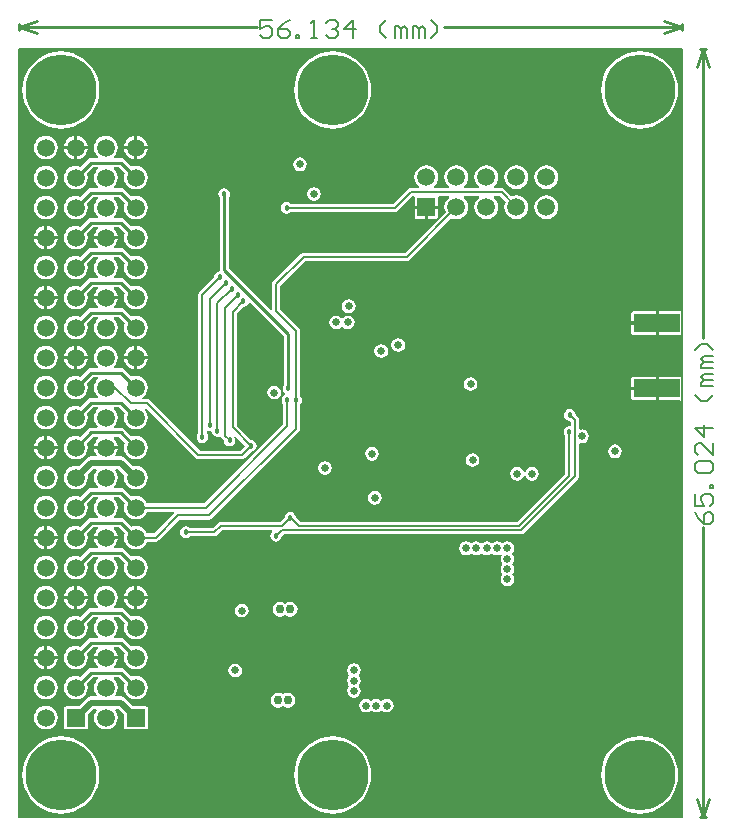
<source format=gbl>
G04 Layer_Physical_Order=4*
G04 Layer_Color=16711680*
%FSLAX44Y44*%
%MOMM*%
G71*
G01*
G75*
%ADD29R,3.9500X1.5000*%
%ADD42C,0.2540*%
%ADD44C,0.1778*%
%ADD51C,0.5080*%
%ADD53C,0.1524*%
%ADD54R,1.5000X1.5000*%
%ADD55C,1.5000*%
%ADD56R,1.5000X1.5000*%
%ADD57C,6.0000*%
%ADD58C,0.6350*%
%ADD59C,0.4572*%
%ADD60C,0.4500*%
%ADD61C,0.3810*%
%ADD62C,0.5500*%
%ADD63C,0.7620*%
%ADD64C,0.4570*%
G36*
X873760Y799824D02*
X872500Y798790D01*
X854020D01*
Y788700D01*
Y778610D01*
X872500D01*
X873760Y777576D01*
Y744424D01*
X872500Y743390D01*
X854020D01*
Y733300D01*
Y723210D01*
X872500D01*
X873760Y722176D01*
Y370840D01*
X312420D01*
Y1021080D01*
X873760D01*
Y799824D01*
D02*
G37*
%LPC*%
G36*
X335280Y642587D02*
X332659Y642242D01*
X330217Y641230D01*
X328119Y639621D01*
X326510Y637523D01*
X325498Y635081D01*
X325153Y632460D01*
X325498Y629839D01*
X326510Y627397D01*
X328119Y625299D01*
X330217Y623690D01*
X332659Y622678D01*
X335280Y622333D01*
X337901Y622678D01*
X340343Y623690D01*
X342441Y625299D01*
X344050Y627397D01*
X345062Y629839D01*
X345407Y632460D01*
X345062Y635081D01*
X344050Y637523D01*
X342441Y639621D01*
X340343Y641230D01*
X337901Y642242D01*
X335280Y642587D01*
D02*
G37*
G36*
X336550Y617019D02*
Y608330D01*
X345239D01*
X345062Y609681D01*
X344050Y612123D01*
X342441Y614221D01*
X340343Y615830D01*
X337901Y616842D01*
X336550Y617019D01*
D02*
G37*
G36*
X334010D02*
X332659Y616842D01*
X330217Y615830D01*
X328119Y614221D01*
X326510Y612123D01*
X325498Y609681D01*
X325321Y608330D01*
X334010D01*
Y617019D01*
D02*
G37*
G36*
X571500Y671735D02*
X569270Y671291D01*
X567380Y670028D01*
X566117Y668138D01*
X565673Y665908D01*
X566117Y663678D01*
X567380Y661788D01*
X569270Y660525D01*
X571500Y660081D01*
X573730Y660525D01*
X575620Y661788D01*
X576883Y663678D01*
X577327Y665908D01*
X576883Y668138D01*
X575620Y670028D01*
X573730Y671291D01*
X571500Y671735D01*
D02*
G37*
G36*
X335280Y667987D02*
X332659Y667642D01*
X330217Y666630D01*
X328119Y665021D01*
X326510Y662923D01*
X325498Y660481D01*
X325153Y657860D01*
X325498Y655239D01*
X326510Y652797D01*
X328119Y650699D01*
X330217Y649090D01*
X332659Y648078D01*
X335280Y647733D01*
X337901Y648078D01*
X340343Y649090D01*
X342441Y650699D01*
X344050Y652797D01*
X345062Y655239D01*
X345407Y657860D01*
X345062Y660481D01*
X344050Y662923D01*
X342441Y665021D01*
X340343Y666630D01*
X337901Y667642D01*
X335280Y667987D01*
D02*
G37*
G36*
X613750Y646577D02*
X611520Y646133D01*
X609630Y644870D01*
X608367Y642980D01*
X607923Y640750D01*
X608367Y638520D01*
X609630Y636630D01*
X611520Y635367D01*
X613750Y634923D01*
X615980Y635367D01*
X617870Y636630D01*
X619133Y638520D01*
X619577Y640750D01*
X619133Y642980D01*
X617870Y644870D01*
X615980Y646133D01*
X613750Y646577D01*
D02*
G37*
G36*
X396039Y605790D02*
X386080D01*
X376121D01*
X376298Y604439D01*
X377310Y601997D01*
X378919Y599899D01*
X379421Y599515D01*
X378990Y598245D01*
X373380D01*
X371893Y597949D01*
X370633Y597107D01*
X364480Y590953D01*
X363301Y591442D01*
X360680Y591787D01*
X358059Y591442D01*
X355617Y590430D01*
X353519Y588821D01*
X351910Y586723D01*
X350898Y584281D01*
X350553Y581660D01*
X350898Y579039D01*
X351910Y576597D01*
X353519Y574499D01*
X355617Y572890D01*
X358059Y571878D01*
X360680Y571533D01*
X363301Y571878D01*
X365743Y572890D01*
X367841Y574499D01*
X369450Y576597D01*
X370462Y579039D01*
X370807Y581660D01*
X370462Y584281D01*
X369973Y585460D01*
X374989Y590475D01*
X378990D01*
X379421Y589205D01*
X378919Y588821D01*
X377310Y586723D01*
X376298Y584281D01*
X375953Y581660D01*
X376298Y579039D01*
X377310Y576597D01*
X378919Y574499D01*
X381017Y572890D01*
X383459Y571878D01*
X386080Y571533D01*
X388701Y571878D01*
X391143Y572890D01*
X393241Y574499D01*
X394850Y576597D01*
X395862Y579039D01*
X396207Y581660D01*
X395862Y584281D01*
X394850Y586723D01*
X393241Y588821D01*
X392739Y589205D01*
X393170Y590475D01*
X397171D01*
X402187Y585460D01*
X401698Y584281D01*
X401353Y581660D01*
X401698Y579039D01*
X402710Y576597D01*
X404319Y574499D01*
X406417Y572890D01*
X408859Y571878D01*
X411480Y571533D01*
X414101Y571878D01*
X416543Y572890D01*
X418641Y574499D01*
X420250Y576597D01*
X421262Y579039D01*
X421607Y581660D01*
X421262Y584281D01*
X420250Y586723D01*
X418641Y588821D01*
X416543Y590430D01*
X414101Y591442D01*
X411480Y591787D01*
X408859Y591442D01*
X407680Y590953D01*
X401527Y597107D01*
X400267Y597949D01*
X398780Y598245D01*
X393170D01*
X392739Y599515D01*
X393241Y599899D01*
X394850Y601997D01*
X395862Y604439D01*
X396039Y605790D01*
D02*
G37*
G36*
X335280Y591787D02*
X332659Y591442D01*
X330217Y590430D01*
X328119Y588821D01*
X326510Y586723D01*
X325498Y584281D01*
X325153Y581660D01*
X325498Y579039D01*
X326510Y576597D01*
X328119Y574499D01*
X330217Y572890D01*
X332659Y571878D01*
X335280Y571533D01*
X337901Y571878D01*
X340343Y572890D01*
X342441Y574499D01*
X344050Y576597D01*
X345062Y579039D01*
X345407Y581660D01*
X345062Y584281D01*
X344050Y586723D01*
X342441Y588821D01*
X340343Y590430D01*
X337901Y591442D01*
X335280Y591787D01*
D02*
G37*
G36*
X412750Y566219D02*
Y557530D01*
X421439D01*
X421262Y558881D01*
X420250Y561323D01*
X418641Y563421D01*
X416543Y565030D01*
X414101Y566042D01*
X412750Y566219D01*
D02*
G37*
G36*
X726000Y603827D02*
X723770Y603383D01*
X721880Y602120D01*
X721370D01*
X719480Y603383D01*
X717250Y603827D01*
X715020Y603383D01*
X713833Y602590D01*
X712875Y602219D01*
X711917Y602590D01*
X710730Y603383D01*
X708500Y603827D01*
X706270Y603383D01*
X705083Y602590D01*
X704125Y602219D01*
X703167Y602590D01*
X701980Y603383D01*
X699750Y603827D01*
X697520Y603383D01*
X695630Y602120D01*
X695120D01*
X693230Y603383D01*
X691000Y603827D01*
X688770Y603383D01*
X686880Y602120D01*
X685617Y600230D01*
X685173Y598000D01*
X685617Y595770D01*
X686880Y593880D01*
X688770Y592617D01*
X691000Y592173D01*
X693230Y592617D01*
X695120Y593880D01*
X695630D01*
X697520Y592617D01*
X699750Y592173D01*
X701980Y592617D01*
X703167Y593410D01*
X704125Y593781D01*
X705083Y593410D01*
X706270Y592617D01*
X708500Y592173D01*
X710730Y592617D01*
X711917Y593410D01*
X712875Y593781D01*
X713833Y593410D01*
X715020Y592617D01*
X717250Y592173D01*
X719480Y592617D01*
X720146Y593062D01*
X721062Y592146D01*
X720617Y591480D01*
X720173Y589250D01*
X720617Y587020D01*
X721410Y585834D01*
X721781Y584875D01*
X721410Y583917D01*
X720617Y582730D01*
X720173Y580500D01*
X720617Y578270D01*
X721410Y577084D01*
X721781Y576125D01*
X721410Y575167D01*
X720617Y573980D01*
X720173Y571750D01*
X720617Y569520D01*
X721880Y567630D01*
X723770Y566367D01*
X726000Y565923D01*
X728230Y566367D01*
X730120Y567630D01*
X731383Y569520D01*
X731827Y571750D01*
X731383Y573980D01*
X730591Y575167D01*
X730219Y576125D01*
X730591Y577084D01*
X731383Y578270D01*
X731827Y580500D01*
X731383Y582730D01*
X730591Y583917D01*
X730219Y584875D01*
X730591Y585834D01*
X731383Y587020D01*
X731827Y589250D01*
X731383Y591480D01*
X730120Y593370D01*
X730591Y594584D01*
X731383Y595770D01*
X731827Y598000D01*
X731383Y600230D01*
X730120Y602120D01*
X728230Y603383D01*
X726000Y603827D01*
D02*
G37*
G36*
X345239Y605790D02*
X336550D01*
Y597101D01*
X337901Y597278D01*
X340343Y598290D01*
X342441Y599899D01*
X344050Y601997D01*
X345062Y604439D01*
X345239Y605790D01*
D02*
G37*
G36*
X334010D02*
X325321D01*
X325498Y604439D01*
X326510Y601997D01*
X328119Y599899D01*
X330217Y598290D01*
X332659Y597278D01*
X334010Y597101D01*
Y605790D01*
D02*
G37*
G36*
X746750Y666827D02*
X744520Y666383D01*
X742630Y665120D01*
X741367Y663230D01*
X741147Y662128D01*
X739853D01*
X739633Y663230D01*
X738370Y665120D01*
X736480Y666383D01*
X734250Y666827D01*
X732020Y666383D01*
X730130Y665120D01*
X728867Y663230D01*
X728423Y661000D01*
X728867Y658770D01*
X730130Y656880D01*
X732020Y655617D01*
X734250Y655173D01*
X736480Y655617D01*
X738370Y656880D01*
X739633Y658770D01*
X739853Y659872D01*
X741147D01*
X741367Y658770D01*
X742630Y656880D01*
X744520Y655617D01*
X746750Y655173D01*
X748980Y655617D01*
X750870Y656880D01*
X752133Y658770D01*
X752577Y661000D01*
X752133Y663230D01*
X750870Y665120D01*
X748980Y666383D01*
X746750Y666827D01*
D02*
G37*
G36*
X778750Y715920D02*
X776867Y715546D01*
X775271Y714479D01*
X774204Y712883D01*
X773829Y711000D01*
X774204Y709117D01*
X775271Y707521D01*
X776867Y706454D01*
X778720Y706085D01*
X779754Y705052D01*
Y702172D01*
X778772Y701366D01*
X778500Y701421D01*
X776617Y701046D01*
X775021Y699979D01*
X773954Y698383D01*
X773579Y696500D01*
X773954Y694617D01*
X775004Y693046D01*
Y660948D01*
X734302Y620246D01*
X551198D01*
X547039Y624405D01*
X546795Y625633D01*
X545729Y627229D01*
X544133Y628295D01*
X542250Y628670D01*
X540367Y628295D01*
X538771Y627229D01*
X537705Y625633D01*
X537337Y623781D01*
X533802Y620246D01*
X483250D01*
X481912Y619980D01*
X480778Y619222D01*
X476552Y614996D01*
X457202D01*
X455633Y616045D01*
X453750Y616419D01*
X451867Y616045D01*
X450271Y614979D01*
X449205Y613383D01*
X448830Y611500D01*
X449205Y609617D01*
X450271Y608021D01*
X451867Y606955D01*
X453750Y606581D01*
X455633Y606955D01*
X457202Y608004D01*
X478000D01*
X479338Y608270D01*
X480472Y609028D01*
X484698Y613254D01*
X526518D01*
X526903Y611984D01*
X526521Y611729D01*
X525455Y610133D01*
X525080Y608250D01*
X525455Y606367D01*
X526521Y604771D01*
X528117Y603705D01*
X530000Y603330D01*
X531883Y603705D01*
X533479Y604771D01*
X534545Y606367D01*
X534913Y608219D01*
X536698Y610004D01*
X737500D01*
X738838Y610270D01*
X739972Y611028D01*
X785722Y656778D01*
X786480Y657912D01*
X786746Y659250D01*
Y686139D01*
X788016Y687169D01*
X789250Y686923D01*
X791480Y687367D01*
X793370Y688630D01*
X794633Y690520D01*
X795077Y692750D01*
X794633Y694980D01*
X793370Y696870D01*
X791480Y698133D01*
X789250Y698577D01*
X788016Y698332D01*
X786746Y699361D01*
Y706500D01*
X786746Y706500D01*
X786480Y707838D01*
X785722Y708972D01*
X785722Y708972D01*
X783665Y711030D01*
X783296Y712883D01*
X782229Y714479D01*
X780633Y715546D01*
X778750Y715920D01*
D02*
G37*
G36*
X335280Y718787D02*
X332659Y718442D01*
X330217Y717430D01*
X328119Y715821D01*
X326510Y713723D01*
X325498Y711281D01*
X325153Y708660D01*
X325498Y706039D01*
X326510Y703597D01*
X328119Y701499D01*
X330217Y699890D01*
X332659Y698878D01*
X335280Y698533D01*
X337901Y698878D01*
X340343Y699890D01*
X342441Y701499D01*
X344050Y703597D01*
X345062Y706039D01*
X345407Y708660D01*
X345062Y711281D01*
X344050Y713723D01*
X342441Y715821D01*
X340343Y717430D01*
X337901Y718442D01*
X335280Y718787D01*
D02*
G37*
G36*
X336550Y693219D02*
Y684530D01*
X345239D01*
X345062Y685881D01*
X344050Y688323D01*
X342441Y690421D01*
X340343Y692030D01*
X337901Y693042D01*
X336550Y693219D01*
D02*
G37*
G36*
X335280Y744187D02*
X332659Y743842D01*
X330217Y742830D01*
X328119Y741221D01*
X326510Y739123D01*
X325498Y736681D01*
X325153Y734060D01*
X325498Y731439D01*
X326510Y728997D01*
X328119Y726899D01*
X330217Y725290D01*
X332659Y724278D01*
X335280Y723933D01*
X337901Y724278D01*
X340343Y725290D01*
X342441Y726899D01*
X344050Y728997D01*
X345062Y731439D01*
X345407Y734060D01*
X345062Y736681D01*
X344050Y739123D01*
X342441Y741221D01*
X340343Y742830D01*
X337901Y743842D01*
X335280Y744187D01*
D02*
G37*
G36*
X528500Y735577D02*
X526270Y735133D01*
X524380Y733870D01*
X523117Y731980D01*
X522673Y729750D01*
X523117Y727520D01*
X524380Y725630D01*
X526270Y724367D01*
X528500Y723923D01*
X530730Y724367D01*
X532620Y725630D01*
X533883Y727520D01*
X534327Y729750D01*
X533883Y731980D01*
X532620Y733870D01*
X530730Y735133D01*
X528500Y735577D01*
D02*
G37*
G36*
X851480Y732030D02*
X830410D01*
Y725800D01*
X830607Y724809D01*
X831169Y723969D01*
X832009Y723407D01*
X833000Y723210D01*
X851480D01*
Y732030D01*
D02*
G37*
G36*
X334010Y681990D02*
X325321D01*
X325498Y680639D01*
X326510Y678197D01*
X328119Y676099D01*
X330217Y674490D01*
X332659Y673478D01*
X334010Y673301D01*
Y681990D01*
D02*
G37*
G36*
X611408Y683919D02*
X609178Y683475D01*
X607288Y682212D01*
X606025Y680322D01*
X605581Y678092D01*
X606025Y675862D01*
X607288Y673972D01*
X609178Y672709D01*
X611408Y672265D01*
X613638Y672709D01*
X615528Y673972D01*
X616791Y675862D01*
X617235Y678092D01*
X616791Y680322D01*
X615528Y682212D01*
X613638Y683475D01*
X611408Y683919D01*
D02*
G37*
G36*
X696500Y678577D02*
X694270Y678133D01*
X692380Y676870D01*
X691117Y674980D01*
X690673Y672750D01*
X691117Y670520D01*
X692380Y668630D01*
X694270Y667367D01*
X696500Y666923D01*
X698730Y667367D01*
X700620Y668630D01*
X701883Y670520D01*
X702327Y672750D01*
X701883Y674980D01*
X700620Y676870D01*
X698730Y678133D01*
X696500Y678577D01*
D02*
G37*
G36*
X334010Y693219D02*
X332659Y693042D01*
X330217Y692030D01*
X328119Y690421D01*
X326510Y688323D01*
X325498Y685881D01*
X325321Y684530D01*
X334010D01*
Y693219D01*
D02*
G37*
G36*
X817000Y685827D02*
X814770Y685383D01*
X812880Y684120D01*
X811617Y682230D01*
X811173Y680000D01*
X811617Y677770D01*
X812880Y675880D01*
X814770Y674617D01*
X817000Y674173D01*
X819230Y674617D01*
X821120Y675880D01*
X822383Y677770D01*
X822827Y680000D01*
X822383Y682230D01*
X821120Y684120D01*
X819230Y685383D01*
X817000Y685827D01*
D02*
G37*
G36*
X345239Y681990D02*
X336550D01*
Y673301D01*
X337901Y673478D01*
X340343Y674490D01*
X342441Y676099D01*
X344050Y678197D01*
X345062Y680639D01*
X345239Y681990D01*
D02*
G37*
G36*
X361950Y566219D02*
Y557530D01*
X370639D01*
X370462Y558881D01*
X369450Y561323D01*
X367841Y563421D01*
X365743Y565030D01*
X363301Y566042D01*
X361950Y566219D01*
D02*
G37*
G36*
X495500Y500327D02*
X493270Y499883D01*
X491380Y498620D01*
X490117Y496730D01*
X489673Y494500D01*
X490117Y492270D01*
X491380Y490380D01*
X493270Y489117D01*
X495500Y488673D01*
X497730Y489117D01*
X499620Y490380D01*
X500883Y492270D01*
X501327Y494500D01*
X500883Y496730D01*
X499620Y498620D01*
X497730Y499883D01*
X495500Y500327D01*
D02*
G37*
G36*
X540000Y475724D02*
X537522Y475232D01*
X536000Y474214D01*
X534478Y475232D01*
X532000Y475724D01*
X529522Y475232D01*
X527422Y473828D01*
X526018Y471728D01*
X525526Y469250D01*
X526018Y466772D01*
X527422Y464672D01*
X529522Y463268D01*
X532000Y462776D01*
X534478Y463268D01*
X536000Y464286D01*
X537522Y463268D01*
X540000Y462776D01*
X542478Y463268D01*
X544578Y464672D01*
X545982Y466772D01*
X546474Y469250D01*
X545982Y471728D01*
X544578Y473828D01*
X542478Y475232D01*
X540000Y475724D01*
D02*
G37*
G36*
X596000Y500577D02*
X593770Y500133D01*
X591880Y498870D01*
X590617Y496980D01*
X590173Y494750D01*
X590617Y492520D01*
X591409Y491334D01*
X591781Y490375D01*
X591409Y489417D01*
X590617Y488230D01*
X590173Y486000D01*
X590617Y483770D01*
X591409Y482584D01*
X591781Y481625D01*
X591409Y480667D01*
X590617Y479480D01*
X590173Y477250D01*
X590617Y475020D01*
X591880Y473130D01*
X593770Y471867D01*
X596000Y471423D01*
X598230Y471867D01*
X600120Y473130D01*
X601383Y475020D01*
X601827Y477250D01*
X601383Y479480D01*
X600591Y480667D01*
X600219Y481625D01*
X600591Y482584D01*
X601383Y483770D01*
X601827Y486000D01*
X601383Y488230D01*
X600591Y489417D01*
X600219Y490375D01*
X600591Y491334D01*
X601383Y492520D01*
X601827Y494750D01*
X601383Y496980D01*
X600120Y498870D01*
X598230Y500133D01*
X596000Y500577D01*
D02*
G37*
G36*
X345239Y504190D02*
X336550D01*
Y495501D01*
X337901Y495678D01*
X340343Y496690D01*
X342441Y498299D01*
X344050Y500397D01*
X345062Y502839D01*
X345239Y504190D01*
D02*
G37*
G36*
X334010D02*
X325321D01*
X325498Y502839D01*
X326510Y500397D01*
X328119Y498299D01*
X330217Y496690D01*
X332659Y495678D01*
X334010Y495501D01*
Y504190D01*
D02*
G37*
G36*
X396039D02*
X386080D01*
X376121D01*
X376298Y502839D01*
X377310Y500397D01*
X378919Y498299D01*
X379421Y497915D01*
X378990Y496645D01*
X373380D01*
X371893Y496349D01*
X370633Y495507D01*
X364480Y489353D01*
X363301Y489842D01*
X360680Y490187D01*
X358059Y489842D01*
X355617Y488830D01*
X353519Y487221D01*
X351910Y485123D01*
X350898Y482681D01*
X350553Y480060D01*
X350898Y477439D01*
X351910Y474997D01*
X353519Y472899D01*
X355617Y471290D01*
X358059Y470278D01*
X360680Y469933D01*
X363301Y470278D01*
X365743Y471290D01*
X367841Y472899D01*
X369450Y474997D01*
X370462Y477439D01*
X370807Y480060D01*
X370462Y482681D01*
X369973Y483860D01*
X374989Y488875D01*
X378990D01*
X379421Y487605D01*
X378919Y487221D01*
X377310Y485123D01*
X376298Y482681D01*
X375953Y480060D01*
X376298Y477439D01*
X377310Y474997D01*
X378221Y473810D01*
X377595Y472539D01*
X373380D01*
X371398Y472145D01*
X369717Y471022D01*
X363445Y464750D01*
X353180D01*
X352189Y464553D01*
X351349Y463991D01*
X350787Y463151D01*
X350590Y462160D01*
Y447160D01*
X350787Y446169D01*
X351349Y445329D01*
X352189Y444767D01*
X353180Y444570D01*
X368180D01*
X369171Y444767D01*
X370011Y445329D01*
X370573Y446169D01*
X370770Y447160D01*
Y457425D01*
X375525Y462180D01*
X377595D01*
X378221Y460910D01*
X377310Y459723D01*
X376298Y457281D01*
X375953Y454660D01*
X376298Y452039D01*
X377310Y449597D01*
X378919Y447499D01*
X381017Y445890D01*
X383459Y444878D01*
X386080Y444533D01*
X388701Y444878D01*
X391143Y445890D01*
X393241Y447499D01*
X394850Y449597D01*
X395862Y452039D01*
X396207Y454660D01*
X395862Y457281D01*
X394850Y459723D01*
X393939Y460910D01*
X394565Y462180D01*
X396635D01*
X401390Y457425D01*
Y447160D01*
X401587Y446169D01*
X402149Y445329D01*
X402989Y444767D01*
X403980Y444570D01*
X418980D01*
X419971Y444767D01*
X420811Y445329D01*
X421373Y446169D01*
X421570Y447160D01*
Y462160D01*
X421373Y463151D01*
X420811Y463991D01*
X419971Y464553D01*
X418980Y464750D01*
X408715D01*
X402443Y471022D01*
X400762Y472145D01*
X398780Y472539D01*
X394565D01*
X393939Y473810D01*
X394850Y474997D01*
X395862Y477439D01*
X396207Y480060D01*
X395862Y482681D01*
X394850Y485123D01*
X393241Y487221D01*
X392739Y487605D01*
X393170Y488875D01*
X397171D01*
X402187Y483860D01*
X401698Y482681D01*
X401353Y480060D01*
X401698Y477439D01*
X402710Y474997D01*
X404319Y472899D01*
X406417Y471290D01*
X408859Y470278D01*
X411480Y469933D01*
X414101Y470278D01*
X416543Y471290D01*
X418641Y472899D01*
X420250Y474997D01*
X421262Y477439D01*
X421607Y480060D01*
X421262Y482681D01*
X420250Y485123D01*
X418641Y487221D01*
X416543Y488830D01*
X414101Y489842D01*
X411480Y490187D01*
X408859Y489842D01*
X407680Y489353D01*
X401527Y495507D01*
X400267Y496349D01*
X398780Y496645D01*
X393170D01*
X392739Y497915D01*
X393241Y498299D01*
X394850Y500397D01*
X395862Y502839D01*
X396039Y504190D01*
D02*
G37*
G36*
X837979Y438661D02*
X832873Y438259D01*
X827893Y437063D01*
X823160Y435103D01*
X818793Y432427D01*
X814899Y429100D01*
X811572Y425206D01*
X808896Y420839D01*
X806936Y416106D01*
X805740Y411126D01*
X805339Y406020D01*
X805740Y400914D01*
X806936Y395933D01*
X808896Y391202D01*
X811572Y386834D01*
X814899Y382940D01*
X818793Y379613D01*
X823160Y376937D01*
X827893Y374977D01*
X832873Y373781D01*
X837979Y373380D01*
X843085Y373781D01*
X848065Y374977D01*
X852797Y376937D01*
X857165Y379613D01*
X861059Y382940D01*
X864386Y386834D01*
X867062Y391202D01*
X869022Y395933D01*
X870218Y400914D01*
X870620Y406020D01*
X870218Y411126D01*
X869022Y416106D01*
X867062Y420839D01*
X864386Y425206D01*
X861059Y429100D01*
X857165Y432427D01*
X852797Y435103D01*
X848065Y437063D01*
X843085Y438259D01*
X837979Y438661D01*
D02*
G37*
G36*
X577980D02*
X572873Y438259D01*
X567893Y437063D01*
X563161Y435103D01*
X558794Y432427D01*
X554899Y429100D01*
X551573Y425206D01*
X548897Y420839D01*
X546936Y416106D01*
X545741Y411126D01*
X545339Y406020D01*
X545741Y400914D01*
X546936Y395933D01*
X548897Y391202D01*
X551573Y386834D01*
X554899Y382940D01*
X558794Y379613D01*
X563161Y376937D01*
X567893Y374977D01*
X572873Y373781D01*
X577980Y373380D01*
X583086Y373781D01*
X588066Y374977D01*
X592798Y376937D01*
X597165Y379613D01*
X601060Y382940D01*
X604386Y386834D01*
X607062Y391202D01*
X609023Y395933D01*
X610218Y400914D01*
X610620Y406020D01*
X610218Y411126D01*
X609023Y416106D01*
X607062Y420839D01*
X604386Y425206D01*
X601060Y429100D01*
X597165Y432427D01*
X592798Y435103D01*
X588066Y437063D01*
X583086Y438259D01*
X577980Y438661D01*
D02*
G37*
G36*
X347980D02*
X342874Y438259D01*
X337893Y437063D01*
X333162Y435103D01*
X328794Y432427D01*
X324900Y429100D01*
X321573Y425206D01*
X318897Y420839D01*
X316937Y416106D01*
X315741Y411126D01*
X315340Y406020D01*
X315741Y400914D01*
X316937Y395933D01*
X318897Y391202D01*
X321573Y386834D01*
X324900Y382940D01*
X328794Y379613D01*
X333162Y376937D01*
X337893Y374977D01*
X342874Y373781D01*
X347980Y373380D01*
X353086Y373781D01*
X358066Y374977D01*
X362799Y376937D01*
X367166Y379613D01*
X371060Y382940D01*
X374387Y386834D01*
X377063Y391202D01*
X379023Y395933D01*
X380219Y400914D01*
X380620Y406020D01*
X380219Y411126D01*
X379023Y416106D01*
X377063Y420839D01*
X374387Y425206D01*
X371060Y429100D01*
X367166Y432427D01*
X362799Y435103D01*
X358066Y437063D01*
X353086Y438259D01*
X347980Y438661D01*
D02*
G37*
G36*
X335280Y490187D02*
X332659Y489842D01*
X330217Y488830D01*
X328119Y487221D01*
X326510Y485123D01*
X325498Y482681D01*
X325153Y480060D01*
X325498Y477439D01*
X326510Y474997D01*
X328119Y472899D01*
X330217Y471290D01*
X332659Y470278D01*
X335280Y469933D01*
X337901Y470278D01*
X340343Y471290D01*
X342441Y472899D01*
X344050Y474997D01*
X345062Y477439D01*
X345407Y480060D01*
X345062Y482681D01*
X344050Y485123D01*
X342441Y487221D01*
X340343Y488830D01*
X337901Y489842D01*
X335280Y490187D01*
D02*
G37*
G36*
X623750Y470577D02*
X621520Y470133D01*
X620334Y469341D01*
X619375Y468969D01*
X618416Y469341D01*
X617230Y470133D01*
X615000Y470577D01*
X612770Y470133D01*
X611584Y469341D01*
X610625Y468969D01*
X609666Y469341D01*
X608480Y470133D01*
X606250Y470577D01*
X604020Y470133D01*
X602130Y468870D01*
X600867Y466980D01*
X600423Y464750D01*
X600867Y462520D01*
X602130Y460630D01*
X604020Y459367D01*
X606250Y458923D01*
X608480Y459367D01*
X609666Y460159D01*
X610625Y460531D01*
X611584Y460159D01*
X612770Y459367D01*
X615000Y458923D01*
X617230Y459367D01*
X618416Y460159D01*
X619375Y460531D01*
X620334Y460159D01*
X621520Y459367D01*
X623750Y458923D01*
X625980Y459367D01*
X627870Y460630D01*
X629133Y462520D01*
X629577Y464750D01*
X629133Y466980D01*
X627870Y468870D01*
X625980Y470133D01*
X623750Y470577D01*
D02*
G37*
G36*
X335280Y464787D02*
X332659Y464442D01*
X330217Y463430D01*
X328119Y461821D01*
X326510Y459723D01*
X325498Y457281D01*
X325153Y454660D01*
X325498Y452039D01*
X326510Y449597D01*
X328119Y447499D01*
X330217Y445890D01*
X332659Y444878D01*
X335280Y444533D01*
X337901Y444878D01*
X340343Y445890D01*
X342441Y447499D01*
X344050Y449597D01*
X345062Y452039D01*
X345407Y454660D01*
X345062Y457281D01*
X344050Y459723D01*
X342441Y461821D01*
X340343Y463430D01*
X337901Y464442D01*
X335280Y464787D01*
D02*
G37*
G36*
X334010Y515419D02*
X332659Y515242D01*
X330217Y514230D01*
X328119Y512621D01*
X326510Y510523D01*
X325498Y508081D01*
X325321Y506730D01*
X334010D01*
Y515419D01*
D02*
G37*
G36*
X421439Y554990D02*
X412750D01*
Y546301D01*
X414101Y546478D01*
X416543Y547490D01*
X418641Y549099D01*
X420250Y551197D01*
X421262Y553639D01*
X421439Y554990D01*
D02*
G37*
G36*
X370639D02*
X361950D01*
Y546301D01*
X363301Y546478D01*
X365743Y547490D01*
X367841Y549099D01*
X369450Y551197D01*
X370462Y553639D01*
X370639Y554990D01*
D02*
G37*
G36*
X410210D02*
X401521D01*
X401698Y553639D01*
X402710Y551197D01*
X404319Y549099D01*
X406417Y547490D01*
X408859Y546478D01*
X410210Y546301D01*
Y554990D01*
D02*
G37*
G36*
Y566219D02*
X408859Y566042D01*
X406417Y565030D01*
X404319Y563421D01*
X402710Y561323D01*
X401698Y558881D01*
X401521Y557530D01*
X410210D01*
Y566219D01*
D02*
G37*
G36*
X359410D02*
X358059Y566042D01*
X355617Y565030D01*
X353519Y563421D01*
X351910Y561323D01*
X350898Y558881D01*
X350721Y557530D01*
X359410D01*
Y566219D01*
D02*
G37*
G36*
X542000Y552724D02*
X539522Y552232D01*
X537875Y551131D01*
X536228Y552232D01*
X533750Y552724D01*
X531272Y552232D01*
X529172Y550828D01*
X527768Y548728D01*
X527276Y546250D01*
X527768Y543772D01*
X529172Y541672D01*
X531272Y540268D01*
X533750Y539776D01*
X536228Y540268D01*
X537875Y541369D01*
X539522Y540268D01*
X542000Y539776D01*
X544478Y540268D01*
X546578Y541672D01*
X547982Y543772D01*
X548474Y546250D01*
X547982Y548728D01*
X546578Y550828D01*
X544478Y552232D01*
X542000Y552724D01*
D02*
G37*
G36*
X501000Y551077D02*
X498770Y550633D01*
X496880Y549370D01*
X495617Y547480D01*
X495173Y545250D01*
X495617Y543020D01*
X496880Y541130D01*
X498770Y539867D01*
X501000Y539423D01*
X503230Y539867D01*
X505120Y541130D01*
X506383Y543020D01*
X506827Y545250D01*
X506383Y547480D01*
X505120Y549370D01*
X503230Y550633D01*
X501000Y551077D01*
D02*
G37*
G36*
X335280Y540987D02*
X332659Y540642D01*
X330217Y539630D01*
X328119Y538021D01*
X326510Y535923D01*
X325498Y533481D01*
X325153Y530860D01*
X325498Y528239D01*
X326510Y525797D01*
X328119Y523699D01*
X330217Y522090D01*
X332659Y521078D01*
X335280Y520733D01*
X337901Y521078D01*
X340343Y522090D01*
X342441Y523699D01*
X344050Y525797D01*
X345062Y528239D01*
X345407Y530860D01*
X345062Y533481D01*
X344050Y535923D01*
X342441Y538021D01*
X340343Y539630D01*
X337901Y540642D01*
X335280Y540987D01*
D02*
G37*
G36*
X336550Y515419D02*
Y506730D01*
X345239D01*
X345062Y508081D01*
X344050Y510523D01*
X342441Y512621D01*
X340343Y514230D01*
X337901Y515242D01*
X336550Y515419D01*
D02*
G37*
G36*
X359410Y554990D02*
X350721D01*
X350898Y553639D01*
X351910Y551197D01*
X353519Y549099D01*
X355617Y547490D01*
X358059Y546478D01*
X359410Y546301D01*
Y554990D01*
D02*
G37*
G36*
X335280Y566387D02*
X332659Y566042D01*
X330217Y565030D01*
X328119Y563421D01*
X326510Y561323D01*
X325498Y558881D01*
X325153Y556260D01*
X325498Y553639D01*
X326510Y551197D01*
X328119Y549099D01*
X330217Y547490D01*
X332659Y546478D01*
X335280Y546133D01*
X337901Y546478D01*
X340343Y547490D01*
X342441Y549099D01*
X344050Y551197D01*
X345062Y553639D01*
X345407Y556260D01*
X345062Y558881D01*
X344050Y561323D01*
X342441Y563421D01*
X340343Y565030D01*
X337901Y566042D01*
X335280Y566387D01*
D02*
G37*
G36*
X386080D02*
X383459Y566042D01*
X381017Y565030D01*
X378919Y563421D01*
X377310Y561323D01*
X376298Y558881D01*
X375953Y556260D01*
X376298Y553639D01*
X377310Y551197D01*
X378919Y549099D01*
X379421Y548715D01*
X378990Y547445D01*
X373380D01*
X371893Y547149D01*
X370633Y546307D01*
X364480Y540153D01*
X363301Y540642D01*
X360680Y540987D01*
X358059Y540642D01*
X355617Y539630D01*
X353519Y538021D01*
X351910Y535923D01*
X350898Y533481D01*
X350553Y530860D01*
X350898Y528239D01*
X351910Y525797D01*
X353519Y523699D01*
X355617Y522090D01*
X358059Y521078D01*
X360680Y520733D01*
X363301Y521078D01*
X365743Y522090D01*
X367841Y523699D01*
X369450Y525797D01*
X370462Y528239D01*
X370807Y530860D01*
X370462Y533481D01*
X369973Y534660D01*
X374989Y539675D01*
X378990D01*
X379421Y538405D01*
X378919Y538021D01*
X377310Y535923D01*
X376298Y533481D01*
X375953Y530860D01*
X376298Y528239D01*
X377310Y525797D01*
X378919Y523699D01*
X379421Y523315D01*
X378990Y522045D01*
X373380D01*
X371893Y521749D01*
X370633Y520907D01*
X364480Y514753D01*
X363301Y515242D01*
X360680Y515587D01*
X358059Y515242D01*
X355617Y514230D01*
X353519Y512621D01*
X351910Y510523D01*
X350898Y508081D01*
X350553Y505460D01*
X350898Y502839D01*
X351910Y500397D01*
X353519Y498299D01*
X355617Y496690D01*
X358059Y495678D01*
X360680Y495333D01*
X363301Y495678D01*
X365743Y496690D01*
X367841Y498299D01*
X369450Y500397D01*
X370462Y502839D01*
X370807Y505460D01*
X370462Y508081D01*
X369973Y509260D01*
X374989Y514275D01*
X378990D01*
X379421Y513005D01*
X378919Y512621D01*
X377310Y510523D01*
X376298Y508081D01*
X376121Y506730D01*
X386080D01*
X396039D01*
X395862Y508081D01*
X394850Y510523D01*
X393241Y512621D01*
X392739Y513005D01*
X393170Y514275D01*
X397171D01*
X402187Y509260D01*
X401698Y508081D01*
X401353Y505460D01*
X401698Y502839D01*
X402710Y500397D01*
X404319Y498299D01*
X406417Y496690D01*
X408859Y495678D01*
X411480Y495333D01*
X414101Y495678D01*
X416543Y496690D01*
X418641Y498299D01*
X420250Y500397D01*
X421262Y502839D01*
X421607Y505460D01*
X421262Y508081D01*
X420250Y510523D01*
X418641Y512621D01*
X416543Y514230D01*
X414101Y515242D01*
X411480Y515587D01*
X408859Y515242D01*
X407680Y514753D01*
X401527Y520907D01*
X400267Y521749D01*
X398780Y522045D01*
X393170D01*
X392739Y523315D01*
X393241Y523699D01*
X394850Y525797D01*
X395862Y528239D01*
X396207Y530860D01*
X395862Y533481D01*
X394850Y535923D01*
X393241Y538021D01*
X392739Y538405D01*
X393170Y539675D01*
X397171D01*
X402187Y534660D01*
X401698Y533481D01*
X401353Y530860D01*
X401698Y528239D01*
X402710Y525797D01*
X404319Y523699D01*
X406417Y522090D01*
X408859Y521078D01*
X411480Y520733D01*
X414101Y521078D01*
X416543Y522090D01*
X418641Y523699D01*
X420250Y525797D01*
X421262Y528239D01*
X421607Y530860D01*
X421262Y533481D01*
X420250Y535923D01*
X418641Y538021D01*
X416543Y539630D01*
X414101Y540642D01*
X411480Y540987D01*
X408859Y540642D01*
X407680Y540153D01*
X401527Y546307D01*
X400267Y547149D01*
X398780Y547445D01*
X393170D01*
X392739Y548715D01*
X393241Y549099D01*
X394850Y551197D01*
X395862Y553639D01*
X396207Y556260D01*
X395862Y558881D01*
X394850Y561323D01*
X393241Y563421D01*
X391143Y565030D01*
X388701Y566042D01*
X386080Y566387D01*
D02*
G37*
G36*
X733650Y922377D02*
X731029Y922032D01*
X728587Y921020D01*
X726489Y919411D01*
X724880Y917313D01*
X723868Y914871D01*
X723523Y912250D01*
X723868Y909629D01*
X724880Y907187D01*
X726489Y905089D01*
X728587Y903480D01*
X731029Y902468D01*
X733650Y902123D01*
X736271Y902468D01*
X738713Y903480D01*
X740811Y905089D01*
X742420Y907187D01*
X743432Y909629D01*
X743777Y912250D01*
X743432Y914871D01*
X742420Y917313D01*
X740811Y919411D01*
X738713Y921020D01*
X736271Y922032D01*
X733650Y922377D01*
D02*
G37*
G36*
X335280Y921987D02*
X332659Y921642D01*
X330217Y920630D01*
X328119Y919021D01*
X326510Y916923D01*
X325498Y914481D01*
X325153Y911860D01*
X325498Y909239D01*
X326510Y906797D01*
X328119Y904699D01*
X330217Y903090D01*
X332659Y902078D01*
X335280Y901733D01*
X337901Y902078D01*
X340343Y903090D01*
X342441Y904699D01*
X344050Y906797D01*
X345062Y909239D01*
X345407Y911860D01*
X345062Y914481D01*
X344050Y916923D01*
X342441Y919021D01*
X340343Y920630D01*
X337901Y921642D01*
X335280Y921987D01*
D02*
G37*
G36*
X562250Y903827D02*
X560020Y903383D01*
X558130Y902120D01*
X556867Y900230D01*
X556423Y898000D01*
X556867Y895770D01*
X558130Y893880D01*
X560020Y892617D01*
X562250Y892173D01*
X564480Y892617D01*
X566370Y893880D01*
X567633Y895770D01*
X568077Y898000D01*
X567633Y900230D01*
X566370Y902120D01*
X564480Y903383D01*
X562250Y903827D01*
D02*
G37*
G36*
X550500Y928827D02*
X548270Y928383D01*
X546380Y927120D01*
X545117Y925230D01*
X544673Y923000D01*
X545117Y920770D01*
X546380Y918880D01*
X548270Y917617D01*
X550500Y917173D01*
X552730Y917617D01*
X554620Y918880D01*
X555883Y920770D01*
X556327Y923000D01*
X555883Y925230D01*
X554620Y927120D01*
X552730Y928383D01*
X550500Y928827D01*
D02*
G37*
G36*
X708250Y922377D02*
X705629Y922032D01*
X703187Y921020D01*
X701089Y919411D01*
X699480Y917313D01*
X698468Y914871D01*
X698123Y912250D01*
X698468Y909629D01*
X699480Y907187D01*
X701089Y905089D01*
X702162Y904266D01*
X701731Y902996D01*
X689369D01*
X688938Y904266D01*
X690011Y905089D01*
X691620Y907187D01*
X692632Y909629D01*
X692977Y912250D01*
X692632Y914871D01*
X691620Y917313D01*
X690011Y919411D01*
X687913Y921020D01*
X685471Y922032D01*
X682850Y922377D01*
X680229Y922032D01*
X677787Y921020D01*
X675689Y919411D01*
X674080Y917313D01*
X673068Y914871D01*
X672723Y912250D01*
X673068Y909629D01*
X674080Y907187D01*
X675689Y905089D01*
X676762Y904266D01*
X676331Y902996D01*
X663969D01*
X663538Y904266D01*
X664611Y905089D01*
X666220Y907187D01*
X667232Y909629D01*
X667577Y912250D01*
X667232Y914871D01*
X666220Y917313D01*
X664611Y919411D01*
X662513Y921020D01*
X660071Y922032D01*
X657450Y922377D01*
X654829Y922032D01*
X652387Y921020D01*
X650289Y919411D01*
X648680Y917313D01*
X647668Y914871D01*
X647323Y912250D01*
X647668Y909629D01*
X648680Y907187D01*
X650289Y905089D01*
X651362Y904266D01*
X650931Y902996D01*
X644000D01*
X642662Y902730D01*
X641528Y901972D01*
X629302Y889746D01*
X542454D01*
X540883Y890796D01*
X539000Y891171D01*
X537117Y890796D01*
X535521Y889729D01*
X534454Y888133D01*
X534079Y886250D01*
X534454Y884367D01*
X535521Y882771D01*
X537117Y881704D01*
X539000Y881329D01*
X540883Y881704D01*
X542454Y882754D01*
X630750D01*
X632088Y883020D01*
X633222Y883778D01*
X645402Y895958D01*
X646669Y895884D01*
X647437Y894734D01*
X647360Y894350D01*
Y888120D01*
X667540D01*
Y894350D01*
X667463Y894734D01*
X668311Y896004D01*
X676201D01*
X676632Y894734D01*
X675689Y894011D01*
X674080Y891913D01*
X673068Y889471D01*
X672723Y886850D01*
X673068Y884229D01*
X673718Y882662D01*
X639302Y848246D01*
X553500D01*
X552162Y847980D01*
X551028Y847222D01*
X527778Y823972D01*
X527020Y822838D01*
X526754Y821500D01*
Y800286D01*
X525484Y799760D01*
X490135Y835109D01*
Y894877D01*
X490796Y895867D01*
X491171Y897750D01*
X490796Y899633D01*
X489729Y901229D01*
X488133Y902296D01*
X486250Y902671D01*
X484367Y902296D01*
X482771Y901229D01*
X481704Y899633D01*
X481329Y897750D01*
X481704Y895867D01*
X482365Y894877D01*
Y833500D01*
X481331Y832188D01*
X480617Y832046D01*
X479021Y830979D01*
X477954Y829383D01*
X477585Y827530D01*
X465278Y815222D01*
X464520Y814088D01*
X464254Y812750D01*
Y695454D01*
X463204Y693883D01*
X462830Y692000D01*
X463204Y690117D01*
X464271Y688521D01*
X465867Y687454D01*
X467750Y687079D01*
X469633Y687454D01*
X471229Y688521D01*
X472296Y690117D01*
X472671Y692000D01*
X472296Y693883D01*
X471246Y695454D01*
Y697356D01*
X472090Y697807D01*
X472516Y697924D01*
X474250Y697579D01*
X474405Y697610D01*
X475761Y696585D01*
X475954Y695617D01*
X477021Y694021D01*
X478617Y692954D01*
X480500Y692579D01*
X482383Y692954D01*
X483472Y692154D01*
X483520Y691912D01*
X484278Y690778D01*
X485837Y689219D01*
X486205Y687367D01*
X487271Y685771D01*
X488867Y684705D01*
X490750Y684331D01*
X492633Y684705D01*
X494229Y685771D01*
X495295Y687367D01*
X495670Y689250D01*
X495295Y691133D01*
X495229Y691232D01*
X494669Y692270D01*
X494690Y692288D01*
X495569Y693009D01*
X503806Y684772D01*
X499530Y680496D01*
X465698D01*
X422972Y723222D01*
X421838Y723980D01*
X420500Y724246D01*
X417181D01*
X416838Y725516D01*
X418641Y726899D01*
X420250Y728997D01*
X421262Y731439D01*
X421607Y734060D01*
X421262Y736681D01*
X420250Y739123D01*
X418641Y741221D01*
X416543Y742830D01*
X414101Y743842D01*
X411480Y744187D01*
X408859Y743842D01*
X407680Y743353D01*
X401527Y749507D01*
X400267Y750349D01*
X398780Y750645D01*
X393170D01*
X392739Y751915D01*
X393241Y752299D01*
X394850Y754397D01*
X395862Y756839D01*
X396207Y759460D01*
X395862Y762081D01*
X394850Y764523D01*
X393241Y766621D01*
X391143Y768230D01*
X388701Y769242D01*
X386080Y769587D01*
X383459Y769242D01*
X381017Y768230D01*
X378919Y766621D01*
X377310Y764523D01*
X376298Y762081D01*
X375953Y759460D01*
X376298Y756839D01*
X377310Y754397D01*
X378919Y752299D01*
X379421Y751915D01*
X378990Y750645D01*
X373380D01*
X371893Y750349D01*
X370633Y749507D01*
X364480Y743353D01*
X363301Y743842D01*
X360680Y744187D01*
X358059Y743842D01*
X355617Y742830D01*
X353519Y741221D01*
X351910Y739123D01*
X350898Y736681D01*
X350553Y734060D01*
X350898Y731439D01*
X351910Y728997D01*
X353519Y726899D01*
X355617Y725290D01*
X358059Y724278D01*
X360680Y723933D01*
X363301Y724278D01*
X365743Y725290D01*
X367841Y726899D01*
X369450Y728997D01*
X370462Y731439D01*
X370807Y734060D01*
X370462Y736681D01*
X369973Y737860D01*
X374989Y742875D01*
X378990D01*
X379421Y741605D01*
X378919Y741221D01*
X377310Y739123D01*
X376298Y736681D01*
X375953Y734060D01*
X376298Y731439D01*
X377310Y728997D01*
X378919Y726899D01*
X379421Y726515D01*
X378990Y725245D01*
X373380D01*
X371893Y724949D01*
X370633Y724107D01*
X364480Y717953D01*
X363301Y718442D01*
X360680Y718787D01*
X358059Y718442D01*
X355617Y717430D01*
X353519Y715821D01*
X351910Y713723D01*
X350898Y711281D01*
X350553Y708660D01*
X350898Y706039D01*
X351910Y703597D01*
X353519Y701499D01*
X355617Y699890D01*
X358059Y698878D01*
X360680Y698533D01*
X363301Y698878D01*
X365743Y699890D01*
X367841Y701499D01*
X369450Y703597D01*
X370462Y706039D01*
X370807Y708660D01*
X370462Y711281D01*
X369973Y712460D01*
X374989Y717475D01*
X378990D01*
X379421Y716205D01*
X378919Y715821D01*
X377310Y713723D01*
X376298Y711281D01*
X375953Y708660D01*
X376298Y706039D01*
X377310Y703597D01*
X378919Y701499D01*
X379369Y701155D01*
X378937Y699885D01*
X373420D01*
X371933Y699589D01*
X370673Y698747D01*
X364480Y692553D01*
X363301Y693042D01*
X360680Y693387D01*
X358059Y693042D01*
X355617Y692030D01*
X353519Y690421D01*
X351910Y688323D01*
X350898Y685881D01*
X350553Y683260D01*
X350898Y680639D01*
X351910Y678197D01*
X353519Y676099D01*
X355617Y674490D01*
X358059Y673478D01*
X360680Y673133D01*
X363301Y673478D01*
X365743Y674490D01*
X367841Y676099D01*
X369450Y678197D01*
X370462Y680639D01*
X370807Y683260D01*
X370462Y685881D01*
X369973Y687060D01*
X375029Y692115D01*
X379042D01*
X379473Y690845D01*
X378919Y690421D01*
X377310Y688323D01*
X376298Y685881D01*
X376121Y684530D01*
X386080D01*
X396039D01*
X395862Y685881D01*
X394850Y688323D01*
X393241Y690421D01*
X392687Y690845D01*
X393118Y692115D01*
X397131D01*
X402187Y687060D01*
X401698Y685881D01*
X401353Y683260D01*
X401698Y680639D01*
X402710Y678197D01*
X404319Y676099D01*
X406417Y674490D01*
X408859Y673478D01*
X411480Y673133D01*
X414101Y673478D01*
X416543Y674490D01*
X418641Y676099D01*
X420250Y678197D01*
X421262Y680639D01*
X421607Y683260D01*
X421262Y685881D01*
X420250Y688323D01*
X418641Y690421D01*
X416543Y692030D01*
X414101Y693042D01*
X411480Y693387D01*
X408859Y693042D01*
X407680Y692553D01*
X401487Y698747D01*
X400227Y699589D01*
X398740Y699885D01*
X393223D01*
X392791Y701155D01*
X393241Y701499D01*
X394850Y703597D01*
X395862Y706039D01*
X396207Y708660D01*
X395862Y711281D01*
X394850Y713723D01*
X393241Y715821D01*
X392739Y716205D01*
X393170Y717475D01*
X397171D01*
X402187Y712460D01*
X401698Y711281D01*
X401353Y708660D01*
X401698Y706039D01*
X402710Y703597D01*
X404319Y701499D01*
X406417Y699890D01*
X408859Y698878D01*
X411480Y698533D01*
X414101Y698878D01*
X416543Y699890D01*
X418641Y701499D01*
X420250Y703597D01*
X421262Y706039D01*
X421607Y708660D01*
X421262Y711281D01*
X420250Y713723D01*
X419241Y715038D01*
X419750Y716461D01*
X419827Y716479D01*
X461778Y674528D01*
X461778Y674528D01*
X462912Y673770D01*
X464250Y673504D01*
X500978D01*
X502316Y673770D01*
X503450Y674528D01*
X508780Y679857D01*
X510633Y680226D01*
X512229Y681293D01*
X513296Y682889D01*
X513671Y684772D01*
X513296Y686655D01*
X512229Y688251D01*
X510633Y689318D01*
X508780Y689687D01*
X496746Y701720D01*
Y796802D01*
X502530Y802585D01*
X504383Y802954D01*
X505979Y804021D01*
X506965Y805495D01*
X507321Y805708D01*
X508263Y805993D01*
X536615Y777641D01*
Y736123D01*
X535954Y735133D01*
X535579Y733250D01*
X535954Y731367D01*
X537021Y729771D01*
X537999Y729117D01*
X537914Y728265D01*
X537779Y727737D01*
X536271Y726729D01*
X535204Y725133D01*
X534829Y723250D01*
X535204Y721367D01*
X536254Y719796D01*
Y703198D01*
X469012Y635956D01*
X420899D01*
X420250Y637523D01*
X418641Y639621D01*
X416543Y641230D01*
X414101Y642242D01*
X411480Y642587D01*
X408859Y642242D01*
X407680Y641753D01*
X401527Y647907D01*
X400267Y648749D01*
X398780Y649045D01*
X393170D01*
X392739Y650315D01*
X393241Y650699D01*
X394850Y652797D01*
X395862Y655239D01*
X396207Y657860D01*
X395862Y660481D01*
X394850Y662923D01*
X393939Y664110D01*
X394565Y665380D01*
X396635D01*
X401679Y660336D01*
X401353Y657860D01*
X401698Y655239D01*
X402710Y652797D01*
X404319Y650699D01*
X406417Y649090D01*
X408859Y648078D01*
X411480Y647733D01*
X414101Y648078D01*
X416543Y649090D01*
X418641Y650699D01*
X420250Y652797D01*
X421262Y655239D01*
X421607Y657860D01*
X421262Y660481D01*
X420250Y662923D01*
X418641Y665021D01*
X416543Y666630D01*
X414101Y667642D01*
X411480Y667987D01*
X409004Y667661D01*
X402443Y674222D01*
X400762Y675345D01*
X398780Y675740D01*
X394565D01*
X393939Y677010D01*
X394850Y678197D01*
X395862Y680639D01*
X396039Y681990D01*
X386080D01*
X376121D01*
X376298Y680639D01*
X377310Y678197D01*
X378221Y677010D01*
X377595Y675740D01*
X373380D01*
X371398Y675345D01*
X369717Y674222D01*
X363156Y667661D01*
X360680Y667987D01*
X358059Y667642D01*
X355617Y666630D01*
X353519Y665021D01*
X351910Y662923D01*
X350898Y660481D01*
X350553Y657860D01*
X350898Y655239D01*
X351910Y652797D01*
X353519Y650699D01*
X355617Y649090D01*
X358059Y648078D01*
X360680Y647733D01*
X363301Y648078D01*
X365743Y649090D01*
X367841Y650699D01*
X369450Y652797D01*
X370462Y655239D01*
X370807Y657860D01*
X370481Y660336D01*
X375525Y665380D01*
X377595D01*
X378221Y664110D01*
X377310Y662923D01*
X376298Y660481D01*
X375953Y657860D01*
X376298Y655239D01*
X377310Y652797D01*
X378919Y650699D01*
X379421Y650315D01*
X378990Y649045D01*
X373380D01*
X371893Y648749D01*
X370633Y647907D01*
X364480Y641753D01*
X363301Y642242D01*
X360680Y642587D01*
X358059Y642242D01*
X355617Y641230D01*
X353519Y639621D01*
X351910Y637523D01*
X350898Y635081D01*
X350553Y632460D01*
X350898Y629839D01*
X351910Y627397D01*
X353519Y625299D01*
X355617Y623690D01*
X358059Y622678D01*
X360680Y622333D01*
X363301Y622678D01*
X365743Y623690D01*
X367841Y625299D01*
X369450Y627397D01*
X370462Y629839D01*
X370807Y632460D01*
X370462Y635081D01*
X369973Y636260D01*
X374989Y641275D01*
X378990D01*
X379421Y640005D01*
X378919Y639621D01*
X377310Y637523D01*
X376298Y635081D01*
X375953Y632460D01*
X376298Y629839D01*
X377310Y627397D01*
X378919Y625299D01*
X379421Y624915D01*
X378990Y623645D01*
X373380D01*
X371893Y623349D01*
X370633Y622507D01*
X364480Y616353D01*
X363301Y616842D01*
X360680Y617187D01*
X358059Y616842D01*
X355617Y615830D01*
X353519Y614221D01*
X351910Y612123D01*
X350898Y609681D01*
X350553Y607060D01*
X350898Y604439D01*
X351910Y601997D01*
X353519Y599899D01*
X355617Y598290D01*
X358059Y597278D01*
X360680Y596933D01*
X363301Y597278D01*
X365743Y598290D01*
X367841Y599899D01*
X369450Y601997D01*
X370462Y604439D01*
X370807Y607060D01*
X370462Y609681D01*
X369973Y610860D01*
X374989Y615875D01*
X378990D01*
X379421Y614605D01*
X378919Y614221D01*
X377310Y612123D01*
X376298Y609681D01*
X376121Y608330D01*
X386080D01*
X396039D01*
X395862Y609681D01*
X394850Y612123D01*
X393241Y614221D01*
X392739Y614605D01*
X393170Y615875D01*
X397171D01*
X402187Y610860D01*
X401698Y609681D01*
X401353Y607060D01*
X401698Y604439D01*
X402710Y601997D01*
X404319Y599899D01*
X406417Y598290D01*
X408859Y597278D01*
X411480Y596933D01*
X414101Y597278D01*
X416543Y598290D01*
X418641Y599899D01*
X420250Y601997D01*
X420899Y603564D01*
X428250D01*
X429588Y603830D01*
X430722Y604588D01*
X448388Y622254D01*
X473750D01*
X475088Y622520D01*
X476222Y623278D01*
X549722Y696778D01*
X550480Y697912D01*
X550746Y699250D01*
X550746Y699250D01*
Y719796D01*
X551796Y721367D01*
X552170Y723250D01*
X551796Y725133D01*
X550746Y726704D01*
Y782000D01*
X550746Y782000D01*
X550480Y783338D01*
X549722Y784472D01*
X533746Y800448D01*
Y820052D01*
X554948Y841254D01*
X640750D01*
X642088Y841520D01*
X643222Y842278D01*
X678662Y877718D01*
X680229Y877068D01*
X682850Y876723D01*
X685471Y877068D01*
X687913Y878080D01*
X690011Y879689D01*
X691620Y881787D01*
X692632Y884229D01*
X692977Y886850D01*
X692632Y889471D01*
X691620Y891913D01*
X690011Y894011D01*
X689068Y894734D01*
X689499Y896004D01*
X701601D01*
X702032Y894734D01*
X701089Y894011D01*
X699480Y891913D01*
X698468Y889471D01*
X698123Y886850D01*
X698468Y884229D01*
X699480Y881787D01*
X701089Y879689D01*
X703187Y878080D01*
X705629Y877068D01*
X708250Y876723D01*
X710871Y877068D01*
X713313Y878080D01*
X715411Y879689D01*
X717020Y881787D01*
X718032Y884229D01*
X718377Y886850D01*
X718032Y889471D01*
X717020Y891913D01*
X715411Y894011D01*
X714468Y894734D01*
X714899Y896004D01*
X719552D01*
X724518Y891038D01*
X723868Y889471D01*
X723523Y886850D01*
X723868Y884229D01*
X724880Y881787D01*
X726489Y879689D01*
X728587Y878080D01*
X731029Y877068D01*
X733650Y876723D01*
X736271Y877068D01*
X738713Y878080D01*
X740811Y879689D01*
X742420Y881787D01*
X743432Y884229D01*
X743777Y886850D01*
X743432Y889471D01*
X742420Y891913D01*
X740811Y894011D01*
X738713Y895620D01*
X736271Y896632D01*
X733650Y896977D01*
X731029Y896632D01*
X729462Y895982D01*
X723472Y901972D01*
X722338Y902730D01*
X721000Y902996D01*
X714769D01*
X714338Y904266D01*
X715411Y905089D01*
X717020Y907187D01*
X718032Y909629D01*
X718377Y912250D01*
X718032Y914871D01*
X717020Y917313D01*
X715411Y919411D01*
X713313Y921020D01*
X710871Y922032D01*
X708250Y922377D01*
D02*
G37*
G36*
X759050D02*
X756429Y922032D01*
X753987Y921020D01*
X751889Y919411D01*
X750280Y917313D01*
X749268Y914871D01*
X748923Y912250D01*
X749268Y909629D01*
X750280Y907187D01*
X751889Y905089D01*
X753987Y903480D01*
X756429Y902468D01*
X759050Y902123D01*
X761671Y902468D01*
X764113Y903480D01*
X766211Y905089D01*
X767820Y907187D01*
X768832Y909629D01*
X769177Y912250D01*
X768832Y914871D01*
X767820Y917313D01*
X766211Y919411D01*
X764113Y921020D01*
X761671Y922032D01*
X759050Y922377D01*
D02*
G37*
G36*
X667540Y885580D02*
X658720D01*
Y876760D01*
X664950D01*
X665941Y876957D01*
X666781Y877519D01*
X667343Y878359D01*
X667540Y879350D01*
Y885580D01*
D02*
G37*
G36*
X336550Y871019D02*
Y862330D01*
X345239D01*
X345062Y863681D01*
X344050Y866123D01*
X342441Y868221D01*
X340343Y869830D01*
X337901Y870842D01*
X336550Y871019D01*
D02*
G37*
G36*
X334010D02*
X332659Y870842D01*
X330217Y869830D01*
X328119Y868221D01*
X326510Y866123D01*
X325498Y863681D01*
X325321Y862330D01*
X334010D01*
Y871019D01*
D02*
G37*
G36*
X345239Y859790D02*
X336550D01*
Y851101D01*
X337901Y851278D01*
X340343Y852290D01*
X342441Y853899D01*
X344050Y855997D01*
X345062Y858439D01*
X345239Y859790D01*
D02*
G37*
G36*
X656180Y885580D02*
X647360D01*
Y879350D01*
X647557Y878359D01*
X648119Y877519D01*
X648959Y876957D01*
X649950Y876760D01*
X656180D01*
Y885580D01*
D02*
G37*
G36*
X759050Y896977D02*
X756429Y896632D01*
X753987Y895620D01*
X751889Y894011D01*
X750280Y891913D01*
X749268Y889471D01*
X748923Y886850D01*
X749268Y884229D01*
X750280Y881787D01*
X751889Y879689D01*
X753987Y878080D01*
X756429Y877068D01*
X759050Y876723D01*
X761671Y877068D01*
X764113Y878080D01*
X766211Y879689D01*
X767820Y881787D01*
X768832Y884229D01*
X769177Y886850D01*
X768832Y889471D01*
X767820Y891913D01*
X766211Y894011D01*
X764113Y895620D01*
X761671Y896632D01*
X759050Y896977D01*
D02*
G37*
G36*
X335280Y896587D02*
X332659Y896242D01*
X330217Y895230D01*
X328119Y893621D01*
X326510Y891523D01*
X325498Y889081D01*
X325153Y886460D01*
X325498Y883839D01*
X326510Y881397D01*
X328119Y879299D01*
X330217Y877690D01*
X332659Y876678D01*
X335280Y876333D01*
X337901Y876678D01*
X340343Y877690D01*
X342441Y879299D01*
X344050Y881397D01*
X345062Y883839D01*
X345407Y886460D01*
X345062Y889081D01*
X344050Y891523D01*
X342441Y893621D01*
X340343Y895230D01*
X337901Y896242D01*
X335280Y896587D01*
D02*
G37*
G36*
X412750Y947219D02*
Y938530D01*
X421439D01*
X421262Y939881D01*
X420250Y942323D01*
X418641Y944421D01*
X416543Y946030D01*
X414101Y947042D01*
X412750Y947219D01*
D02*
G37*
G36*
X361950D02*
Y938530D01*
X370639D01*
X370462Y939881D01*
X369450Y942323D01*
X367841Y944421D01*
X365743Y946030D01*
X363301Y947042D01*
X361950Y947219D01*
D02*
G37*
G36*
X410210D02*
X408859Y947042D01*
X406417Y946030D01*
X404319Y944421D01*
X402710Y942323D01*
X401698Y939881D01*
X401521Y938530D01*
X410210D01*
Y947219D01*
D02*
G37*
G36*
X837979Y1018621D02*
X832873Y1018219D01*
X827893Y1017023D01*
X823160Y1015063D01*
X818793Y1012387D01*
X814899Y1009060D01*
X811572Y1005166D01*
X808896Y1000798D01*
X806936Y996067D01*
X805740Y991086D01*
X805339Y985980D01*
X805740Y980874D01*
X806936Y975893D01*
X808896Y971161D01*
X811572Y966794D01*
X814899Y962900D01*
X818793Y959573D01*
X823160Y956897D01*
X827893Y954937D01*
X832873Y953741D01*
X837979Y953339D01*
X843085Y953741D01*
X848065Y954937D01*
X852797Y956897D01*
X857165Y959573D01*
X861059Y962900D01*
X864386Y966794D01*
X867062Y971161D01*
X869022Y975893D01*
X870218Y980874D01*
X870620Y985980D01*
X870218Y991086D01*
X869022Y996067D01*
X867062Y1000798D01*
X864386Y1005166D01*
X861059Y1009060D01*
X857165Y1012387D01*
X852797Y1015063D01*
X848065Y1017023D01*
X843085Y1018219D01*
X837979Y1018621D01*
D02*
G37*
G36*
X577980D02*
X572873Y1018219D01*
X567893Y1017023D01*
X563161Y1015063D01*
X558794Y1012387D01*
X554899Y1009060D01*
X551573Y1005166D01*
X548897Y1000798D01*
X546936Y996067D01*
X545741Y991086D01*
X545339Y985980D01*
X545741Y980874D01*
X546936Y975893D01*
X548897Y971161D01*
X551573Y966794D01*
X554899Y962900D01*
X558794Y959573D01*
X563161Y956897D01*
X567893Y954937D01*
X572873Y953741D01*
X577980Y953339D01*
X583086Y953741D01*
X588066Y954937D01*
X592798Y956897D01*
X597165Y959573D01*
X601060Y962900D01*
X604386Y966794D01*
X607062Y971161D01*
X609023Y975893D01*
X610218Y980874D01*
X610620Y985980D01*
X610218Y991086D01*
X609023Y996067D01*
X607062Y1000798D01*
X604386Y1005166D01*
X601060Y1009060D01*
X597165Y1012387D01*
X592798Y1015063D01*
X588066Y1017023D01*
X583086Y1018219D01*
X577980Y1018621D01*
D02*
G37*
G36*
X347980D02*
X342874Y1018219D01*
X337893Y1017023D01*
X333162Y1015063D01*
X328794Y1012387D01*
X324900Y1009060D01*
X321573Y1005166D01*
X318897Y1000798D01*
X316937Y996067D01*
X315741Y991086D01*
X315340Y985980D01*
X315741Y980874D01*
X316937Y975893D01*
X318897Y971161D01*
X321573Y966794D01*
X324900Y962900D01*
X328794Y959573D01*
X333162Y956897D01*
X337893Y954937D01*
X342874Y953741D01*
X347980Y953339D01*
X353086Y953741D01*
X358066Y954937D01*
X362799Y956897D01*
X367166Y959573D01*
X371060Y962900D01*
X374387Y966794D01*
X377063Y971161D01*
X379023Y975893D01*
X380219Y980874D01*
X380620Y985980D01*
X380219Y991086D01*
X379023Y996067D01*
X377063Y1000798D01*
X374387Y1005166D01*
X371060Y1009060D01*
X367166Y1012387D01*
X362799Y1015063D01*
X358066Y1017023D01*
X353086Y1018219D01*
X347980Y1018621D01*
D02*
G37*
G36*
X359410Y947219D02*
X358059Y947042D01*
X355617Y946030D01*
X353519Y944421D01*
X351910Y942323D01*
X350898Y939881D01*
X350721Y938530D01*
X359410D01*
Y947219D01*
D02*
G37*
G36*
Y935990D02*
X350721D01*
X350898Y934639D01*
X351910Y932197D01*
X353519Y930099D01*
X355617Y928490D01*
X358059Y927478D01*
X359410Y927301D01*
Y935990D01*
D02*
G37*
G36*
X335280Y947387D02*
X332659Y947042D01*
X330217Y946030D01*
X328119Y944421D01*
X326510Y942323D01*
X325498Y939881D01*
X325153Y937260D01*
X325498Y934639D01*
X326510Y932197D01*
X328119Y930099D01*
X330217Y928490D01*
X332659Y927478D01*
X335280Y927133D01*
X337901Y927478D01*
X340343Y928490D01*
X342441Y930099D01*
X344050Y932197D01*
X345062Y934639D01*
X345407Y937260D01*
X345062Y939881D01*
X344050Y942323D01*
X342441Y944421D01*
X340343Y946030D01*
X337901Y947042D01*
X335280Y947387D01*
D02*
G37*
G36*
X386080D02*
X383459Y947042D01*
X381017Y946030D01*
X378919Y944421D01*
X377310Y942323D01*
X376298Y939881D01*
X375953Y937260D01*
X376298Y934639D01*
X377310Y932197D01*
X378919Y930099D01*
X379421Y929715D01*
X378990Y928445D01*
X373380D01*
X371893Y928149D01*
X370633Y927307D01*
X364480Y921153D01*
X363301Y921642D01*
X360680Y921987D01*
X358059Y921642D01*
X355617Y920630D01*
X353519Y919021D01*
X351910Y916923D01*
X350898Y914481D01*
X350553Y911860D01*
X350898Y909239D01*
X351910Y906797D01*
X353519Y904699D01*
X355617Y903090D01*
X358059Y902078D01*
X360680Y901733D01*
X363301Y902078D01*
X365743Y903090D01*
X367841Y904699D01*
X369450Y906797D01*
X370462Y909239D01*
X370807Y911860D01*
X370462Y914481D01*
X369973Y915660D01*
X374989Y920675D01*
X378990D01*
X379421Y919405D01*
X378919Y919021D01*
X377310Y916923D01*
X376298Y914481D01*
X375953Y911860D01*
X376298Y909239D01*
X377310Y906797D01*
X378919Y904699D01*
X379421Y904315D01*
X378990Y903045D01*
X373380D01*
X371893Y902749D01*
X370633Y901907D01*
X364480Y895753D01*
X363301Y896242D01*
X360680Y896587D01*
X358059Y896242D01*
X355617Y895230D01*
X353519Y893621D01*
X351910Y891523D01*
X350898Y889081D01*
X350553Y886460D01*
X350898Y883839D01*
X351910Y881397D01*
X353519Y879299D01*
X355617Y877690D01*
X358059Y876678D01*
X360680Y876333D01*
X363301Y876678D01*
X365743Y877690D01*
X367841Y879299D01*
X369450Y881397D01*
X370462Y883839D01*
X370807Y886460D01*
X370462Y889081D01*
X369973Y890260D01*
X374989Y895275D01*
X378990D01*
X379421Y894005D01*
X378919Y893621D01*
X377310Y891523D01*
X376298Y889081D01*
X375953Y886460D01*
X376298Y883839D01*
X377310Y881397D01*
X378919Y879299D01*
X379421Y878915D01*
X378990Y877645D01*
X373380D01*
X371893Y877349D01*
X370633Y876507D01*
X364480Y870353D01*
X363301Y870842D01*
X360680Y871187D01*
X358059Y870842D01*
X355617Y869830D01*
X353519Y868221D01*
X351910Y866123D01*
X350898Y863681D01*
X350553Y861060D01*
X350898Y858439D01*
X351910Y855997D01*
X353519Y853899D01*
X355617Y852290D01*
X358059Y851278D01*
X360680Y850933D01*
X363301Y851278D01*
X365743Y852290D01*
X367841Y853899D01*
X369450Y855997D01*
X370462Y858439D01*
X370807Y861060D01*
X370462Y863681D01*
X369973Y864860D01*
X374989Y869875D01*
X378990D01*
X379421Y868605D01*
X378919Y868221D01*
X377310Y866123D01*
X376298Y863681D01*
X376121Y862330D01*
X386080D01*
X396039D01*
X395862Y863681D01*
X394850Y866123D01*
X393241Y868221D01*
X392739Y868605D01*
X393170Y869875D01*
X397171D01*
X402187Y864860D01*
X401698Y863681D01*
X401353Y861060D01*
X401698Y858439D01*
X402710Y855997D01*
X404319Y853899D01*
X406417Y852290D01*
X408859Y851278D01*
X411480Y850933D01*
X414101Y851278D01*
X416543Y852290D01*
X418641Y853899D01*
X420250Y855997D01*
X421262Y858439D01*
X421607Y861060D01*
X421262Y863681D01*
X420250Y866123D01*
X418641Y868221D01*
X416543Y869830D01*
X414101Y870842D01*
X411480Y871187D01*
X408859Y870842D01*
X407680Y870353D01*
X401527Y876507D01*
X400267Y877349D01*
X398780Y877645D01*
X393170D01*
X392739Y878915D01*
X393241Y879299D01*
X394850Y881397D01*
X395862Y883839D01*
X396207Y886460D01*
X395862Y889081D01*
X394850Y891523D01*
X393241Y893621D01*
X392739Y894005D01*
X393170Y895275D01*
X397171D01*
X402187Y890260D01*
X401698Y889081D01*
X401353Y886460D01*
X401698Y883839D01*
X402710Y881397D01*
X404319Y879299D01*
X406417Y877690D01*
X408859Y876678D01*
X411480Y876333D01*
X414101Y876678D01*
X416543Y877690D01*
X418641Y879299D01*
X420250Y881397D01*
X421262Y883839D01*
X421607Y886460D01*
X421262Y889081D01*
X420250Y891523D01*
X418641Y893621D01*
X416543Y895230D01*
X414101Y896242D01*
X411480Y896587D01*
X408859Y896242D01*
X407680Y895753D01*
X401527Y901907D01*
X400267Y902749D01*
X398780Y903045D01*
X393170D01*
X392739Y904315D01*
X393241Y904699D01*
X394850Y906797D01*
X395862Y909239D01*
X396207Y911860D01*
X395862Y914481D01*
X394850Y916923D01*
X393241Y919021D01*
X392739Y919405D01*
X393170Y920675D01*
X397171D01*
X402187Y915660D01*
X401698Y914481D01*
X401353Y911860D01*
X401698Y909239D01*
X402710Y906797D01*
X404319Y904699D01*
X406417Y903090D01*
X408859Y902078D01*
X411480Y901733D01*
X414101Y902078D01*
X416543Y903090D01*
X418641Y904699D01*
X420250Y906797D01*
X421262Y909239D01*
X421607Y911860D01*
X421262Y914481D01*
X420250Y916923D01*
X418641Y919021D01*
X416543Y920630D01*
X414101Y921642D01*
X411480Y921987D01*
X408859Y921642D01*
X407680Y921153D01*
X401527Y927307D01*
X400267Y928149D01*
X398780Y928445D01*
X393170D01*
X392739Y929715D01*
X393241Y930099D01*
X394850Y932197D01*
X395862Y934639D01*
X396207Y937260D01*
X395862Y939881D01*
X394850Y942323D01*
X393241Y944421D01*
X391143Y946030D01*
X388701Y947042D01*
X386080Y947387D01*
D02*
G37*
G36*
X421439Y935990D02*
X412750D01*
Y927301D01*
X414101Y927478D01*
X416543Y928490D01*
X418641Y930099D01*
X420250Y932197D01*
X421262Y934639D01*
X421439Y935990D01*
D02*
G37*
G36*
X370639D02*
X361950D01*
Y927301D01*
X363301Y927478D01*
X365743Y928490D01*
X367841Y930099D01*
X369450Y932197D01*
X370462Y934639D01*
X370639Y935990D01*
D02*
G37*
G36*
X410210D02*
X401521D01*
X401698Y934639D01*
X402710Y932197D01*
X404319Y930099D01*
X406417Y928490D01*
X408859Y927478D01*
X410210Y927301D01*
Y935990D01*
D02*
G37*
G36*
X334010Y859790D02*
X325321D01*
X325498Y858439D01*
X326510Y855997D01*
X328119Y853899D01*
X330217Y852290D01*
X332659Y851278D01*
X334010Y851101D01*
Y859790D01*
D02*
G37*
G36*
X410210Y769419D02*
X408859Y769242D01*
X406417Y768230D01*
X404319Y766621D01*
X402710Y764523D01*
X401698Y762081D01*
X401521Y760730D01*
X410210D01*
Y769419D01*
D02*
G37*
G36*
X359410D02*
X358059Y769242D01*
X355617Y768230D01*
X353519Y766621D01*
X351910Y764523D01*
X350898Y762081D01*
X350721Y760730D01*
X359410D01*
Y769419D01*
D02*
G37*
G36*
X619250Y770827D02*
X617020Y770383D01*
X615130Y769120D01*
X613867Y767230D01*
X613423Y765000D01*
X613867Y762770D01*
X615130Y760880D01*
X617020Y759617D01*
X619250Y759173D01*
X621480Y759617D01*
X623370Y760880D01*
X624633Y762770D01*
X625077Y765000D01*
X624633Y767230D01*
X623370Y769120D01*
X621480Y770383D01*
X619250Y770827D01*
D02*
G37*
G36*
X633658Y775985D02*
X631428Y775541D01*
X629538Y774278D01*
X628275Y772388D01*
X627831Y770158D01*
X628275Y767928D01*
X629538Y766038D01*
X631428Y764775D01*
X633658Y764331D01*
X635888Y764775D01*
X637778Y766038D01*
X639041Y767928D01*
X639485Y770158D01*
X639041Y772388D01*
X637778Y774278D01*
X635888Y775541D01*
X633658Y775985D01*
D02*
G37*
G36*
X412750Y769419D02*
Y760730D01*
X421439D01*
X421262Y762081D01*
X420250Y764523D01*
X418641Y766621D01*
X416543Y768230D01*
X414101Y769242D01*
X412750Y769419D01*
D02*
G37*
G36*
X361950D02*
Y760730D01*
X370639D01*
X370462Y762081D01*
X369450Y764523D01*
X367841Y766621D01*
X365743Y768230D01*
X363301Y769242D01*
X361950Y769419D01*
D02*
G37*
G36*
X421439Y758190D02*
X412750D01*
Y749501D01*
X414101Y749678D01*
X416543Y750690D01*
X418641Y752299D01*
X420250Y754397D01*
X421262Y756839D01*
X421439Y758190D01*
D02*
G37*
G36*
X335280Y769587D02*
X332659Y769242D01*
X330217Y768230D01*
X328119Y766621D01*
X326510Y764523D01*
X325498Y762081D01*
X325153Y759460D01*
X325498Y756839D01*
X326510Y754397D01*
X328119Y752299D01*
X330217Y750690D01*
X332659Y749678D01*
X335280Y749333D01*
X337901Y749678D01*
X340343Y750690D01*
X342441Y752299D01*
X344050Y754397D01*
X345062Y756839D01*
X345407Y759460D01*
X345062Y762081D01*
X344050Y764523D01*
X342441Y766621D01*
X340343Y768230D01*
X337901Y769242D01*
X335280Y769587D01*
D02*
G37*
G36*
X851480Y743390D02*
X833000D01*
X832009Y743193D01*
X831169Y742631D01*
X830607Y741791D01*
X830410Y740800D01*
Y734570D01*
X851480D01*
Y743390D01*
D02*
G37*
G36*
X694750Y742827D02*
X692520Y742383D01*
X690630Y741120D01*
X689367Y739230D01*
X688923Y737000D01*
X689367Y734770D01*
X690630Y732880D01*
X692520Y731617D01*
X694750Y731173D01*
X696980Y731617D01*
X698870Y732880D01*
X700133Y734770D01*
X700577Y737000D01*
X700133Y739230D01*
X698870Y741120D01*
X696980Y742383D01*
X694750Y742827D01*
D02*
G37*
G36*
X370639Y758190D02*
X361950D01*
Y749501D01*
X363301Y749678D01*
X365743Y750690D01*
X367841Y752299D01*
X369450Y754397D01*
X370462Y756839D01*
X370639Y758190D01*
D02*
G37*
G36*
X410210D02*
X401521D01*
X401698Y756839D01*
X402710Y754397D01*
X404319Y752299D01*
X406417Y750690D01*
X408859Y749678D01*
X410210Y749501D01*
Y758190D01*
D02*
G37*
G36*
X359410D02*
X350721D01*
X350898Y756839D01*
X351910Y754397D01*
X353519Y752299D01*
X355617Y750690D01*
X358059Y749678D01*
X359410Y749501D01*
Y758190D01*
D02*
G37*
G36*
X334010Y820219D02*
X332659Y820042D01*
X330217Y819030D01*
X328119Y817421D01*
X326510Y815323D01*
X325498Y812881D01*
X325321Y811530D01*
X334010D01*
Y820219D01*
D02*
G37*
G36*
X345239Y808990D02*
X336550D01*
Y800301D01*
X337901Y800478D01*
X340343Y801490D01*
X342441Y803099D01*
X344050Y805197D01*
X345062Y807639D01*
X345239Y808990D01*
D02*
G37*
G36*
X334010D02*
X325321D01*
X325498Y807639D01*
X326510Y805197D01*
X328119Y803099D01*
X330217Y801490D01*
X332659Y800478D01*
X334010Y800301D01*
Y808990D01*
D02*
G37*
G36*
X396039Y859790D02*
X386080D01*
X376121D01*
X376298Y858439D01*
X377310Y855997D01*
X378919Y853899D01*
X379421Y853515D01*
X378990Y852245D01*
X373380D01*
X371893Y851949D01*
X370633Y851107D01*
X364480Y844953D01*
X363301Y845442D01*
X360680Y845787D01*
X358059Y845442D01*
X355617Y844430D01*
X353519Y842821D01*
X351910Y840723D01*
X350898Y838281D01*
X350553Y835660D01*
X350898Y833039D01*
X351910Y830597D01*
X353519Y828499D01*
X355617Y826890D01*
X358059Y825878D01*
X360680Y825533D01*
X363301Y825878D01*
X365743Y826890D01*
X367841Y828499D01*
X369450Y830597D01*
X370462Y833039D01*
X370807Y835660D01*
X370462Y838281D01*
X369973Y839460D01*
X374989Y844475D01*
X378990D01*
X379421Y843205D01*
X378919Y842821D01*
X377310Y840723D01*
X376298Y838281D01*
X375953Y835660D01*
X376298Y833039D01*
X377310Y830597D01*
X378919Y828499D01*
X379421Y828115D01*
X378990Y826845D01*
X373380D01*
X371893Y826549D01*
X370633Y825707D01*
X364480Y819553D01*
X363301Y820042D01*
X360680Y820387D01*
X358059Y820042D01*
X355617Y819030D01*
X353519Y817421D01*
X351910Y815323D01*
X350898Y812881D01*
X350553Y810260D01*
X350898Y807639D01*
X351910Y805197D01*
X353519Y803099D01*
X355617Y801490D01*
X358059Y800478D01*
X360680Y800133D01*
X363301Y800478D01*
X365743Y801490D01*
X367841Y803099D01*
X369450Y805197D01*
X370462Y807639D01*
X370807Y810260D01*
X370462Y812881D01*
X369973Y814060D01*
X374989Y819075D01*
X378990D01*
X379421Y817805D01*
X378919Y817421D01*
X377310Y815323D01*
X376298Y812881D01*
X376121Y811530D01*
X386080D01*
X396039D01*
X395862Y812881D01*
X394850Y815323D01*
X393241Y817421D01*
X392739Y817805D01*
X393170Y819075D01*
X397171D01*
X402187Y814060D01*
X401698Y812881D01*
X401353Y810260D01*
X401698Y807639D01*
X402710Y805197D01*
X404319Y803099D01*
X406417Y801490D01*
X408859Y800478D01*
X411480Y800133D01*
X414101Y800478D01*
X416543Y801490D01*
X418641Y803099D01*
X420250Y805197D01*
X421262Y807639D01*
X421607Y810260D01*
X421262Y812881D01*
X420250Y815323D01*
X418641Y817421D01*
X416543Y819030D01*
X414101Y820042D01*
X411480Y820387D01*
X408859Y820042D01*
X407680Y819553D01*
X401527Y825707D01*
X400267Y826549D01*
X398780Y826845D01*
X393170D01*
X392739Y828115D01*
X393241Y828499D01*
X394850Y830597D01*
X395862Y833039D01*
X396207Y835660D01*
X395862Y838281D01*
X394850Y840723D01*
X393241Y842821D01*
X392739Y843205D01*
X393170Y844475D01*
X397171D01*
X402187Y839460D01*
X401698Y838281D01*
X401353Y835660D01*
X401698Y833039D01*
X402710Y830597D01*
X404319Y828499D01*
X406417Y826890D01*
X408859Y825878D01*
X411480Y825533D01*
X414101Y825878D01*
X416543Y826890D01*
X418641Y828499D01*
X420250Y830597D01*
X421262Y833039D01*
X421607Y835660D01*
X421262Y838281D01*
X420250Y840723D01*
X418641Y842821D01*
X416543Y844430D01*
X414101Y845442D01*
X411480Y845787D01*
X408859Y845442D01*
X407680Y844953D01*
X401527Y851107D01*
X400267Y851949D01*
X398780Y852245D01*
X393170D01*
X392739Y853515D01*
X393241Y853899D01*
X394850Y855997D01*
X395862Y858439D01*
X396039Y859790D01*
D02*
G37*
G36*
X335280Y845787D02*
X332659Y845442D01*
X330217Y844430D01*
X328119Y842821D01*
X326510Y840723D01*
X325498Y838281D01*
X325153Y835660D01*
X325498Y833039D01*
X326510Y830597D01*
X328119Y828499D01*
X330217Y826890D01*
X332659Y825878D01*
X335280Y825533D01*
X337901Y825878D01*
X340343Y826890D01*
X342441Y828499D01*
X344050Y830597D01*
X345062Y833039D01*
X345407Y835660D01*
X345062Y838281D01*
X344050Y840723D01*
X342441Y842821D01*
X340343Y844430D01*
X337901Y845442D01*
X335280Y845787D01*
D02*
G37*
G36*
X336550Y820219D02*
Y811530D01*
X345239D01*
X345062Y812881D01*
X344050Y815323D01*
X342441Y817421D01*
X340343Y819030D01*
X337901Y820042D01*
X336550Y820219D01*
D02*
G37*
G36*
X591658Y808735D02*
X589428Y808291D01*
X587538Y807028D01*
X586275Y805138D01*
X585831Y802908D01*
X586275Y800678D01*
X587538Y798788D01*
X589428Y797525D01*
X591658Y797081D01*
X593888Y797525D01*
X595778Y798788D01*
X597041Y800678D01*
X597485Y802908D01*
X597041Y805138D01*
X595778Y807028D01*
X593888Y808291D01*
X591658Y808735D01*
D02*
G37*
G36*
X851480Y798790D02*
X833000D01*
X832009Y798593D01*
X831169Y798031D01*
X830607Y797191D01*
X830410Y796200D01*
Y789970D01*
X851480D01*
Y798790D01*
D02*
G37*
G36*
Y787430D02*
X830410D01*
Y781200D01*
X830607Y780209D01*
X831169Y779369D01*
X832009Y778807D01*
X833000Y778610D01*
X851480D01*
Y787430D01*
D02*
G37*
G36*
X335280Y794987D02*
X332659Y794642D01*
X330217Y793630D01*
X328119Y792021D01*
X326510Y789923D01*
X325498Y787481D01*
X325153Y784860D01*
X325498Y782239D01*
X326510Y779797D01*
X328119Y777699D01*
X330217Y776090D01*
X332659Y775078D01*
X335280Y774733D01*
X337901Y775078D01*
X340343Y776090D01*
X342441Y777699D01*
X344050Y779797D01*
X345062Y782239D01*
X345407Y784860D01*
X345062Y787481D01*
X344050Y789923D01*
X342441Y792021D01*
X340343Y793630D01*
X337901Y794642D01*
X335280Y794987D01*
D02*
G37*
G36*
X396039Y808990D02*
X386080D01*
X376121D01*
X376298Y807639D01*
X377310Y805197D01*
X378919Y803099D01*
X379421Y802715D01*
X378990Y801445D01*
X373380D01*
X371893Y801149D01*
X370633Y800307D01*
X364480Y794153D01*
X363301Y794642D01*
X360680Y794987D01*
X358059Y794642D01*
X355617Y793630D01*
X353519Y792021D01*
X351910Y789923D01*
X350898Y787481D01*
X350553Y784860D01*
X350898Y782239D01*
X351910Y779797D01*
X353519Y777699D01*
X355617Y776090D01*
X358059Y775078D01*
X360680Y774733D01*
X363301Y775078D01*
X365743Y776090D01*
X367841Y777699D01*
X369450Y779797D01*
X370462Y782239D01*
X370807Y784860D01*
X370462Y787481D01*
X369973Y788660D01*
X374989Y793675D01*
X378990D01*
X379421Y792405D01*
X378919Y792021D01*
X377310Y789923D01*
X376298Y787481D01*
X375953Y784860D01*
X376298Y782239D01*
X377310Y779797D01*
X378919Y777699D01*
X381017Y776090D01*
X383459Y775078D01*
X386080Y774733D01*
X388701Y775078D01*
X391143Y776090D01*
X393241Y777699D01*
X394850Y779797D01*
X395862Y782239D01*
X396207Y784860D01*
X395862Y787481D01*
X394850Y789923D01*
X393241Y792021D01*
X392739Y792405D01*
X393170Y793675D01*
X397171D01*
X402187Y788660D01*
X401698Y787481D01*
X401353Y784860D01*
X401698Y782239D01*
X402710Y779797D01*
X404319Y777699D01*
X406417Y776090D01*
X408859Y775078D01*
X411480Y774733D01*
X414101Y775078D01*
X416543Y776090D01*
X418641Y777699D01*
X420250Y779797D01*
X421262Y782239D01*
X421607Y784860D01*
X421262Y787481D01*
X420250Y789923D01*
X418641Y792021D01*
X416543Y793630D01*
X414101Y794642D01*
X411480Y794987D01*
X408859Y794642D01*
X407680Y794153D01*
X401527Y800307D01*
X400267Y801149D01*
X398780Y801445D01*
X393170D01*
X392739Y802715D01*
X393241Y803099D01*
X394850Y805197D01*
X395862Y807639D01*
X396039Y808990D01*
D02*
G37*
G36*
X590908Y794985D02*
X588678Y794541D01*
X586788Y793278D01*
X586635Y793050D01*
X585365D01*
X585212Y793278D01*
X583322Y794541D01*
X581092Y794985D01*
X578862Y794541D01*
X576972Y793278D01*
X575709Y791388D01*
X575265Y789158D01*
X575709Y786928D01*
X576972Y785038D01*
X578862Y783775D01*
X581092Y783331D01*
X583322Y783775D01*
X585212Y785038D01*
X585365Y785266D01*
X586635D01*
X586788Y785038D01*
X588678Y783775D01*
X590908Y783331D01*
X593138Y783775D01*
X595028Y785038D01*
X596291Y786928D01*
X596735Y789158D01*
X596291Y791388D01*
X595028Y793278D01*
X593138Y794541D01*
X590908Y794985D01*
D02*
G37*
%LPD*%
G36*
X402187Y636260D02*
X401698Y635081D01*
X401353Y632460D01*
X401698Y629839D01*
X402710Y627397D01*
X404319Y625299D01*
X406417Y623690D01*
X408859Y622678D01*
X411480Y622333D01*
X414101Y622678D01*
X416543Y623690D01*
X418641Y625299D01*
X420250Y627397D01*
X420899Y628964D01*
X443413D01*
X443940Y627694D01*
X426802Y610556D01*
X420899D01*
X420250Y612123D01*
X418641Y614221D01*
X416543Y615830D01*
X414101Y616842D01*
X411480Y617187D01*
X408859Y616842D01*
X407680Y616353D01*
X401527Y622507D01*
X400267Y623349D01*
X398780Y623645D01*
X393170D01*
X392739Y624915D01*
X393241Y625299D01*
X394850Y627397D01*
X395862Y629839D01*
X396207Y632460D01*
X395862Y635081D01*
X394850Y637523D01*
X393241Y639621D01*
X392739Y640005D01*
X393170Y641275D01*
X397171D01*
X402187Y636260D01*
D02*
G37*
D29*
X852750Y788700D02*
D03*
Y733300D02*
D03*
D42*
X398780Y492760D02*
X411480Y480060D01*
X373380Y492760D02*
X398780D01*
X360680Y480060D02*
X373380Y492760D01*
X398780Y518160D02*
X411480Y505460D01*
X373380Y518160D02*
X398780D01*
X360680Y505460D02*
X373380Y518160D01*
X398780Y543560D02*
X411480Y530860D01*
X373380Y543560D02*
X398780D01*
X360680Y530860D02*
X373380Y543560D01*
X398780Y594360D02*
X411480Y581660D01*
X373380Y594360D02*
X398780D01*
X360680Y581660D02*
X373380Y594360D01*
X398780Y619760D02*
X411480Y607060D01*
X373380Y619760D02*
X398780D01*
X360680Y607060D02*
X373380Y619760D01*
X398780Y645160D02*
X411480Y632460D01*
X373380Y645160D02*
X398780D01*
X360680Y632460D02*
X373380Y645160D01*
X398780Y721360D02*
X411480Y708660D01*
X373380Y721360D02*
X398780D01*
X360680Y708660D02*
X373380Y721360D01*
Y746760D02*
X398780D01*
X360680Y734060D02*
X373380Y746760D01*
X398780Y797560D02*
X411480Y784860D01*
X373380Y797560D02*
X398780D01*
X360680Y784860D02*
X373380Y797560D01*
X398780Y822960D02*
X411480Y810260D01*
X373380Y822960D02*
X398780D01*
X360680Y810260D02*
X373380Y822960D01*
X398780Y848360D02*
X411480Y835660D01*
X373380Y848360D02*
X398780D01*
X360680Y835660D02*
X373380Y848360D01*
X398780Y873760D02*
X411480Y861060D01*
X373380Y873760D02*
X398780D01*
X360680Y861060D02*
X373380Y873760D01*
X398780Y899160D02*
X411480Y886460D01*
X373380Y899160D02*
X398780D01*
X360680Y886460D02*
X373380Y899160D01*
X398780Y924560D02*
X411480Y911860D01*
X373380Y924560D02*
X398780D01*
X360680Y911860D02*
X373380Y924560D01*
X853450Y788750D02*
X853500Y788700D01*
X853450Y733350D02*
X853500Y733300D01*
X398780Y746760D02*
X411480Y734060D01*
X360680Y683260D02*
X373420Y696000D01*
X398740D01*
X411480Y683260D01*
X486250Y833500D02*
Y897750D01*
X540500Y733250D02*
Y779250D01*
X486250Y833500D02*
X540500Y779250D01*
X822750Y733350D02*
X853450D01*
X822750Y788750D02*
X853450D01*
X891286Y370840D02*
Y615721D01*
Y776199D02*
Y1021080D01*
X886206Y386080D02*
X891286Y370840D01*
X896366Y386080D01*
X886206Y1005840D02*
X891286Y1021080D01*
X896366Y1005840D01*
X888746Y370840D02*
X893826D01*
X888746Y1021080D02*
X893826D01*
X312420Y1038987D02*
X514120D01*
X672060D02*
X873760D01*
X312420D02*
X327660Y1044067D01*
X312420Y1038987D02*
X327660Y1033907D01*
X858520Y1044067D02*
X873760Y1038987D01*
X858520Y1033907D02*
X873760Y1038987D01*
X312420Y1036447D02*
Y1041527D01*
X873760Y1036447D02*
Y1041527D01*
D44*
X783250Y659250D02*
Y706500D01*
X778750Y711000D02*
X783250Y706500D01*
X778500Y659500D02*
Y696500D01*
X393940Y734060D02*
X407250Y720750D01*
X386080Y734060D02*
X393940D01*
X539000Y886250D02*
X630750D01*
X644000Y899500D01*
X721000D01*
X733650Y886850D01*
X467750Y692000D02*
Y812750D01*
X474250Y809250D02*
X487500Y822500D01*
X474250Y702500D02*
Y809250D01*
X480500Y805500D02*
X492500Y817500D01*
X467750Y812750D02*
X482500Y827500D01*
X547250Y723250D02*
Y782000D01*
X530250Y799000D02*
X547250Y782000D01*
X530250Y799000D02*
Y821500D01*
X553500Y844750D01*
X640750D01*
X682850Y886850D01*
X480500Y697500D02*
Y805500D01*
X493250Y700272D02*
X508750Y684772D01*
X493250Y700272D02*
Y798250D01*
X502500Y807500D01*
X486750Y693250D02*
X490750Y689250D01*
X486750Y693250D02*
Y801750D01*
X497500Y812500D01*
X500978Y677000D02*
X508750Y684772D01*
X407250Y720750D02*
X420500D01*
X464250Y677000D01*
X500978D01*
X411480Y632460D02*
X470460D01*
X539750Y701750D01*
Y723250D01*
X411480Y607060D02*
X428250D01*
X547250Y699250D02*
Y723250D01*
X428250Y607060D02*
X446940Y625750D01*
X473750D01*
X547250Y699250D01*
X735750Y616750D02*
X778500Y659500D01*
X549750Y616750D02*
X735750D01*
X542750Y623750D02*
X549750Y616750D01*
X542250Y623750D02*
X542750D01*
X737500Y613500D02*
X783250Y659250D01*
X535250Y616750D02*
X542250Y623750D01*
X530000Y608250D02*
X535250Y613500D01*
X737500D01*
X453750Y611500D02*
X478000D01*
X483250Y616750D01*
X535250D01*
X873760Y370840D02*
Y1021080D01*
X312420D02*
X873760D01*
X312420Y370840D02*
Y1021080D01*
Y370840D02*
X873760D01*
D51*
X360680Y454660D02*
X373380Y467360D01*
X398780D01*
X411480Y454660D01*
X360680Y657860D02*
X373380Y670560D01*
X398780D01*
X411480Y657860D01*
D53*
X885192Y628417D02*
X887732Y623339D01*
X892810Y618261D01*
X897888D01*
X900427Y620800D01*
Y625878D01*
X897888Y628417D01*
X895349D01*
X892810Y625878D01*
Y618261D01*
X885192Y643652D02*
Y633496D01*
X892810D01*
X890271Y638574D01*
Y641113D01*
X892810Y643652D01*
X897888D01*
X900427Y641113D01*
Y636035D01*
X897888Y633496D01*
X900427Y648731D02*
X897888D01*
Y651270D01*
X900427D01*
Y648731D01*
X887732Y661427D02*
X885192Y663966D01*
Y669044D01*
X887732Y671583D01*
X897888D01*
X900427Y669044D01*
Y663966D01*
X897888Y661427D01*
X887732D01*
X900427Y686818D02*
Y676662D01*
X890271Y686818D01*
X887732D01*
X885192Y684279D01*
Y679201D01*
X887732Y676662D01*
X900427Y699514D02*
X885192D01*
X892810Y691897D01*
Y702054D01*
X900427Y727445D02*
X895349Y722367D01*
X890271D01*
X885192Y727445D01*
X900427Y735063D02*
X890271D01*
Y737602D01*
X892810Y740141D01*
X900427D01*
X892810D01*
X890271Y742680D01*
X892810Y745220D01*
X900427D01*
Y750298D02*
X890271D01*
Y752837D01*
X892810Y755376D01*
X900427D01*
X892810D01*
X890271Y757915D01*
X892810Y760455D01*
X900427D01*
Y765533D02*
X895349Y770611D01*
X890271D01*
X885192Y765533D01*
X526817Y1045080D02*
X516660D01*
Y1037463D01*
X521739Y1040002D01*
X524278D01*
X526817Y1037463D01*
Y1032385D01*
X524278Y1029846D01*
X519199D01*
X516660Y1032385D01*
X542052Y1045080D02*
X536974Y1042541D01*
X531895Y1037463D01*
Y1032385D01*
X534435Y1029846D01*
X539513D01*
X542052Y1032385D01*
Y1034924D01*
X539513Y1037463D01*
X531895D01*
X547130Y1029846D02*
Y1032385D01*
X549670D01*
Y1029846D01*
X547130D01*
X559826D02*
X564905D01*
X562365D01*
Y1045080D01*
X559826Y1042541D01*
X572522D02*
X575061Y1045080D01*
X580140D01*
X582679Y1042541D01*
Y1040002D01*
X580140Y1037463D01*
X577601D01*
X580140D01*
X582679Y1034924D01*
Y1032385D01*
X580140Y1029846D01*
X575061D01*
X572522Y1032385D01*
X595375Y1029846D02*
Y1045080D01*
X587757Y1037463D01*
X597914D01*
X623306Y1029846D02*
X618227Y1034924D01*
Y1040002D01*
X623306Y1045080D01*
X630923Y1029846D02*
Y1040002D01*
X633462D01*
X636002Y1037463D01*
Y1029846D01*
Y1037463D01*
X638541Y1040002D01*
X641080Y1037463D01*
Y1029846D01*
X646158D02*
Y1040002D01*
X648698D01*
X651237Y1037463D01*
Y1029846D01*
Y1037463D01*
X653776Y1040002D01*
X656315Y1037463D01*
Y1029846D01*
X661393D02*
X666472Y1034924D01*
Y1040002D01*
X661393Y1045080D01*
D54*
X360680Y454660D02*
D03*
X411480D02*
D03*
D55*
X335280D02*
D03*
X360680Y480060D02*
D03*
X335280D02*
D03*
X360680Y505460D02*
D03*
X335280D02*
D03*
X360680Y530860D02*
D03*
X335280D02*
D03*
X360680Y556260D02*
D03*
X335280D02*
D03*
X360680Y581660D02*
D03*
X335280D02*
D03*
X360680Y607060D02*
D03*
X335280D02*
D03*
X360680Y632460D02*
D03*
X335280D02*
D03*
X360680Y657860D02*
D03*
X335280D02*
D03*
X360680Y683260D02*
D03*
X335280D02*
D03*
X360680Y708660D02*
D03*
X335280D02*
D03*
X360680Y734060D02*
D03*
X335280D02*
D03*
X360680Y759460D02*
D03*
X335280D02*
D03*
X360680Y784860D02*
D03*
X335280D02*
D03*
X360680Y810260D02*
D03*
X335280D02*
D03*
X360680Y835660D02*
D03*
X335280D02*
D03*
X360680Y861060D02*
D03*
X335280D02*
D03*
X360680Y886460D02*
D03*
X335280D02*
D03*
X360680Y911860D02*
D03*
X335280D02*
D03*
X360680Y937260D02*
D03*
X335280D02*
D03*
X386080Y454660D02*
D03*
X411480Y480060D02*
D03*
X386080D02*
D03*
X411480Y505460D02*
D03*
X386080D02*
D03*
X411480Y530860D02*
D03*
X386080D02*
D03*
X411480Y556260D02*
D03*
X386080D02*
D03*
X411480Y581660D02*
D03*
X386080D02*
D03*
X411480Y607060D02*
D03*
X386080D02*
D03*
X411480Y632460D02*
D03*
X386080D02*
D03*
X411480Y657860D02*
D03*
X386080D02*
D03*
X411480Y683260D02*
D03*
X386080D02*
D03*
X411480Y708660D02*
D03*
X386080D02*
D03*
X411480Y734060D02*
D03*
X386080D02*
D03*
X411480Y759460D02*
D03*
X386080D02*
D03*
X411480Y784860D02*
D03*
X386080D02*
D03*
X411480Y810260D02*
D03*
X386080D02*
D03*
X411480Y835660D02*
D03*
X386080D02*
D03*
X411480Y861060D02*
D03*
X386080D02*
D03*
X411480Y886460D02*
D03*
X386080D02*
D03*
X411480Y911860D02*
D03*
X386080D02*
D03*
X411480Y937260D02*
D03*
X386080D02*
D03*
X759050Y912250D02*
D03*
Y886850D02*
D03*
X733650Y912250D02*
D03*
Y886850D02*
D03*
X708250Y912250D02*
D03*
Y886850D02*
D03*
X682850Y912250D02*
D03*
Y886850D02*
D03*
X657450Y912250D02*
D03*
D56*
Y886850D02*
D03*
D57*
X837979Y406020D02*
D03*
Y985980D02*
D03*
X577980Y406020D02*
D03*
Y985980D02*
D03*
X347980D02*
D03*
Y406020D02*
D03*
D58*
X822750Y733350D02*
D03*
X706250Y688250D02*
D03*
X606250Y464750D02*
D03*
X615000D02*
D03*
X623750D02*
D03*
X726000Y589250D02*
D03*
Y580500D02*
D03*
Y571750D02*
D03*
X643750Y568250D02*
D03*
Y577000D02*
D03*
Y585750D02*
D03*
X605250Y545250D02*
D03*
X614000D02*
D03*
X622750D02*
D03*
X652250Y597500D02*
D03*
X661000D02*
D03*
X669750D02*
D03*
X595750Y535750D02*
D03*
Y527000D02*
D03*
Y518250D02*
D03*
X726000Y598000D02*
D03*
X717250D02*
D03*
X708500D02*
D03*
X699750D02*
D03*
X691000D02*
D03*
X596000Y477250D02*
D03*
Y486000D02*
D03*
Y494750D02*
D03*
X501000Y545250D02*
D03*
X495500Y494500D02*
D03*
X562250Y898000D02*
D03*
X499750Y918000D02*
D03*
X550500Y923000D02*
D03*
X500500Y932500D02*
D03*
X817000Y680000D02*
D03*
X816000Y692750D02*
D03*
X789250D02*
D03*
X821000Y715000D02*
D03*
X780500Y728750D02*
D03*
Y744000D02*
D03*
X765500Y753000D02*
D03*
X746750Y661000D02*
D03*
X734250D02*
D03*
X696500Y672750D02*
D03*
X654000Y737250D02*
D03*
X694750Y737000D02*
D03*
X706500Y651000D02*
D03*
X718750Y661000D02*
D03*
X762250D02*
D03*
X770250Y682630D02*
D03*
X762130Y682880D02*
D03*
X754880D02*
D03*
X428250Y1008750D02*
D03*
X497500D02*
D03*
X511750Y723000D02*
D03*
Y713000D02*
D03*
X591658Y802908D02*
D03*
Y814592D02*
D03*
X556750Y829750D02*
D03*
X569408Y788158D02*
D03*
X602592D02*
D03*
X581092Y789158D02*
D03*
X590908D02*
D03*
X569500Y770342D02*
D03*
X614000Y774250D02*
D03*
X654750Y761500D02*
D03*
Y752500D02*
D03*
X743750Y778250D02*
D03*
X744000Y754500D02*
D03*
X771000Y796250D02*
D03*
Y821650D02*
D03*
X743750Y836850D02*
D03*
X716500Y808950D02*
D03*
Y796250D02*
D03*
X571500Y665908D02*
D03*
X556066Y666316D02*
D03*
X579500Y658632D02*
D03*
X601500Y658724D02*
D03*
X590500Y658500D02*
D03*
X624000Y630500D02*
D03*
X655000Y646342D02*
D03*
X667500Y656250D02*
D03*
X651000Y704750D02*
D03*
X707250Y713750D02*
D03*
X717750Y755250D02*
D03*
X528500Y729750D02*
D03*
X511750Y738250D02*
D03*
X822750Y788750D02*
D03*
X695500Y752500D02*
D03*
X611408Y678092D02*
D03*
X613750Y640750D02*
D03*
X567500Y759500D02*
D03*
X633658Y770158D02*
D03*
X619250Y765000D02*
D03*
X506750Y586250D02*
D03*
X566500Y586000D02*
D03*
D59*
X812750Y741500D02*
D03*
X817626Y746768D02*
D03*
X778500Y696500D02*
D03*
X778750Y711000D02*
D03*
X486250Y897750D02*
D03*
X743750Y762750D02*
D03*
Y770000D02*
D03*
X540500Y733250D02*
D03*
X801500Y730750D02*
D03*
X807000Y736000D02*
D03*
X821436Y740672D02*
D03*
X796000Y749250D02*
D03*
X801500Y755500D02*
D03*
X807000Y762250D02*
D03*
X813500Y768750D02*
D03*
X820928Y771890D02*
D03*
X822706Y780018D02*
D03*
X775250Y756250D02*
D03*
X783000Y762750D02*
D03*
X791500Y768750D02*
D03*
X795250Y777750D02*
D03*
X795750Y788500D02*
D03*
Y799250D02*
D03*
Y809750D02*
D03*
X795000Y820500D02*
D03*
X791750Y831250D02*
D03*
X785500Y839000D02*
D03*
X776500Y844000D02*
D03*
X767250Y844500D02*
D03*
X758750Y844000D02*
D03*
X751250Y841500D02*
D03*
X663194Y734822D02*
D03*
X671068Y733044D02*
D03*
X678942Y731266D02*
D03*
X686562Y729996D02*
D03*
X659250Y706250D02*
D03*
X667000Y708250D02*
D03*
X675000Y709500D02*
D03*
X683000Y710500D02*
D03*
X691250Y711750D02*
D03*
X699000Y712750D02*
D03*
X789000Y745500D02*
D03*
X794750Y728750D02*
D03*
X788000Y728250D02*
D03*
X736500Y841000D02*
D03*
X701000Y841250D02*
D03*
X693500Y835000D02*
D03*
X688500Y826750D02*
D03*
X687250Y816000D02*
D03*
X687000Y805750D02*
D03*
X687250Y795750D02*
D03*
X687500Y786250D02*
D03*
X690000Y777250D02*
D03*
X696250Y771000D02*
D03*
X704250Y766750D02*
D03*
X712000Y763000D02*
D03*
X547250Y723250D02*
D03*
X539750D02*
D03*
X729250Y844000D02*
D03*
X720000Y845000D02*
D03*
X710500Y844750D02*
D03*
X539000Y886250D02*
D03*
X467750Y692000D02*
D03*
X474250Y702500D02*
D03*
X487500Y822500D02*
D03*
X480500Y697500D02*
D03*
X492500Y817500D02*
D03*
X482500Y827500D02*
D03*
X695452Y728726D02*
D03*
X704596Y728472D02*
D03*
X508750Y684772D02*
D03*
X502500Y807500D02*
D03*
D60*
X571250Y730750D02*
D03*
Y720750D02*
D03*
Y710750D02*
D03*
X581250D02*
D03*
X591250D02*
D03*
Y720750D02*
D03*
Y730750D02*
D03*
X581250D02*
D03*
Y720750D02*
D03*
D61*
X531580Y508250D02*
D03*
X521420D02*
D03*
D62*
X732000Y729500D02*
D03*
Y717500D02*
D03*
Y705500D02*
D03*
X756000D02*
D03*
Y717500D02*
D03*
Y729500D02*
D03*
X744000D02*
D03*
Y705500D02*
D03*
Y717500D02*
D03*
D63*
X513250Y545750D02*
D03*
X519250Y470000D02*
D03*
X522500Y545750D02*
D03*
X533750Y546250D02*
D03*
X542000D02*
D03*
X540000Y469250D02*
D03*
X532000D02*
D03*
X507750Y481750D02*
D03*
X508000Y470500D02*
D03*
D64*
X490750Y689250D02*
D03*
X497500Y812500D02*
D03*
X542250Y623750D02*
D03*
X530000Y608250D02*
D03*
X453750Y611500D02*
D03*
M02*

</source>
